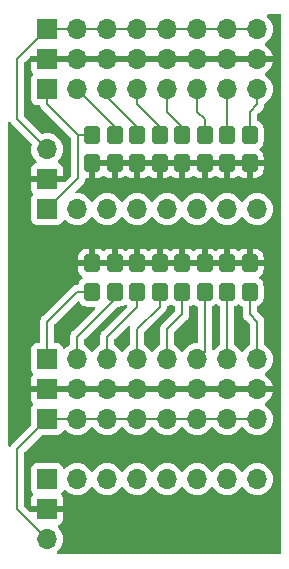
<source format=gbr>
%TF.SameCoordinates,Original*%
%TF.FileFunction,Copper,L1,Top*%
%TF.FilePolarity,Positive*%
%FSLAX46Y46*%
G04 Gerber Fmt 4.6, Leading zero omitted, Abs format (unit mm)*
%MOMM*%
%LPD*%
G01*
G04 APERTURE LIST*
G04 Aperture macros list*
%AMRoundRect*
0 Rectangle with rounded corners*
0 $1 Rounding radius*
0 $2 $3 $4 $5 $6 $7 $8 $9 X,Y pos of 4 corners*
0 Add a 4 corners polygon primitive as box body*
4,1,4,$2,$3,$4,$5,$6,$7,$8,$9,$2,$3,0*
0 Add four circle primitives for the rounded corners*
1,1,$1+$1,$2,$3*
1,1,$1+$1,$4,$5*
1,1,$1+$1,$6,$7*
1,1,$1+$1,$8,$9*
0 Add four rect primitives between the rounded corners*
20,1,$1+$1,$2,$3,$4,$5,0*
20,1,$1+$1,$4,$5,$6,$7,0*
20,1,$1+$1,$6,$7,$8,$9,0*
20,1,$1+$1,$8,$9,$2,$3,0*%
G04 Aperture macros list end*
%TA.AperFunction,SMDPad,CuDef*%
%ADD10RoundRect,0.280800X-0.394200X0.469200X-0.394200X-0.469200X0.394200X-0.469200X0.394200X0.469200X0*%
%TD*%
%TA.AperFunction,SMDPad,CuDef*%
%ADD11RoundRect,0.280800X0.394200X-0.469200X0.394200X0.469200X-0.394200X0.469200X-0.394200X-0.469200X0*%
%TD*%
%TA.AperFunction,ComponentPad*%
%ADD12R,1.700000X1.700000*%
%TD*%
%TA.AperFunction,ComponentPad*%
%ADD13O,1.700000X1.700000*%
%TD*%
%TA.AperFunction,ViaPad*%
%ADD14C,0.600000*%
%TD*%
%TA.AperFunction,Conductor*%
%ADD15C,0.200000*%
%TD*%
G04 APERTURE END LIST*
D10*
%TO.P,R2,1*%
%TO.N,Net-(J1-Pin_2)*%
X132715000Y-44520000D03*
%TO.P,R2,2*%
%TO.N,GND*%
X132715000Y-46920000D03*
%TD*%
%TO.P,R8,1*%
%TO.N,Net-(J1-Pin_8)*%
X144145000Y-44520000D03*
%TO.P,R8,2*%
%TO.N,GND*%
X144145000Y-46920000D03*
%TD*%
D11*
%TO.P,R9,1*%
%TO.N,Net-(J6-Pin_1)*%
X130810000Y-57791200D03*
%TO.P,R9,2*%
%TO.N,GND*%
X130810000Y-55391200D03*
%TD*%
%TO.P,R15,1*%
%TO.N,Net-(J6-Pin_7)*%
X142240000Y-57785000D03*
%TO.P,R15,2*%
%TO.N,GND*%
X142240000Y-55385000D03*
%TD*%
D12*
%TO.P,J6,1,Pin_1*%
%TO.N,Net-(J6-Pin_1)*%
X127000000Y-73660000D03*
D13*
%TO.P,J6,2,Pin_2*%
%TO.N,Net-(J6-Pin_2)*%
X129540000Y-73660000D03*
%TO.P,J6,3,Pin_3*%
%TO.N,Net-(J6-Pin_3)*%
X132080000Y-73660000D03*
%TO.P,J6,4,Pin_4*%
%TO.N,Net-(J6-Pin_4)*%
X134620000Y-73660000D03*
%TO.P,J6,5,Pin_5*%
%TO.N,Net-(J6-Pin_5)*%
X137160000Y-73660000D03*
%TO.P,J6,6,Pin_6*%
%TO.N,Net-(J6-Pin_6)*%
X139700000Y-73660000D03*
%TO.P,J6,7,Pin_7*%
%TO.N,Net-(J6-Pin_7)*%
X142240000Y-73660000D03*
%TO.P,J6,8,Pin_8*%
%TO.N,Net-(J6-Pin_8)*%
X144780000Y-73660000D03*
%TD*%
D12*
%TO.P,J9,1,Pin_1*%
%TO.N,GND*%
X127000000Y-66040000D03*
D13*
%TO.P,J9,2,Pin_2*%
X129540000Y-66040000D03*
%TO.P,J9,3,Pin_3*%
X132080000Y-66040000D03*
%TO.P,J9,4,Pin_4*%
X134620000Y-66040000D03*
%TO.P,J9,5,Pin_5*%
X137160000Y-66040000D03*
%TO.P,J9,6,Pin_6*%
X139700000Y-66040000D03*
%TO.P,J9,7,Pin_7*%
X142240000Y-66040000D03*
%TO.P,J9,8,Pin_8*%
X144780000Y-66040000D03*
%TD*%
D10*
%TO.P,R3,1*%
%TO.N,Net-(J1-Pin_3)*%
X134620000Y-44520000D03*
%TO.P,R3,2*%
%TO.N,GND*%
X134620000Y-46920000D03*
%TD*%
D11*
%TO.P,R16,1*%
%TO.N,Net-(J6-Pin_8)*%
X144145000Y-57785000D03*
%TO.P,R16,2*%
%TO.N,GND*%
X144145000Y-55385000D03*
%TD*%
D10*
%TO.P,R7,1*%
%TO.N,Net-(J1-Pin_7)*%
X142240000Y-44520000D03*
%TO.P,R7,2*%
%TO.N,GND*%
X142240000Y-46920000D03*
%TD*%
D11*
%TO.P,R10,1*%
%TO.N,Net-(J6-Pin_2)*%
X132715000Y-57791200D03*
%TO.P,R10,2*%
%TO.N,GND*%
X132715000Y-55391200D03*
%TD*%
D12*
%TO.P,J10,1,Pin_1*%
%TO.N,Net-(J10-Pin_1)*%
X127000000Y-68580000D03*
D13*
%TO.P,J10,2,Pin_2*%
X129540000Y-68580000D03*
%TO.P,J10,3,Pin_3*%
X132080000Y-68580000D03*
%TO.P,J10,4,Pin_4*%
X134620000Y-68580000D03*
%TO.P,J10,5,Pin_5*%
X137160000Y-68580000D03*
%TO.P,J10,6,Pin_6*%
X139700000Y-68580000D03*
%TO.P,J10,7,Pin_7*%
X142240000Y-68580000D03*
%TO.P,J10,8,Pin_8*%
X144780000Y-68580000D03*
%TD*%
D12*
%TO.P,J2,1,Pin_1*%
%TO.N,Net-(J1-Pin_1)*%
X127000000Y-40640000D03*
D13*
%TO.P,J2,2,Pin_2*%
%TO.N,Net-(J1-Pin_2)*%
X129540000Y-40640000D03*
%TO.P,J2,3,Pin_3*%
%TO.N,Net-(J1-Pin_3)*%
X132080000Y-40640000D03*
%TO.P,J2,4,Pin_4*%
%TO.N,Net-(J1-Pin_4)*%
X134620000Y-40640000D03*
%TO.P,J2,5,Pin_5*%
%TO.N,Net-(J1-Pin_5)*%
X137160000Y-40640000D03*
%TO.P,J2,6,Pin_6*%
%TO.N,Net-(J1-Pin_6)*%
X139700000Y-40640000D03*
%TO.P,J2,7,Pin_7*%
%TO.N,Net-(J1-Pin_7)*%
X142240000Y-40640000D03*
%TO.P,J2,8,Pin_8*%
%TO.N,Net-(J1-Pin_8)*%
X144780000Y-40640000D03*
%TD*%
D11*
%TO.P,R11,1*%
%TO.N,Net-(J6-Pin_3)*%
X134620000Y-57791200D03*
%TO.P,R11,2*%
%TO.N,GND*%
X134620000Y-55391200D03*
%TD*%
D10*
%TO.P,R1,1*%
%TO.N,Net-(J1-Pin_1)*%
X130810000Y-44526200D03*
%TO.P,R1,2*%
%TO.N,GND*%
X130810000Y-46926200D03*
%TD*%
D12*
%TO.P,J7,1,Pin_1*%
%TO.N,Net-(J6-Pin_1)*%
X127000000Y-63500000D03*
D13*
%TO.P,J7,2,Pin_2*%
%TO.N,Net-(J6-Pin_2)*%
X129540000Y-63500000D03*
%TO.P,J7,3,Pin_3*%
%TO.N,Net-(J6-Pin_3)*%
X132080000Y-63500000D03*
%TO.P,J7,4,Pin_4*%
%TO.N,Net-(J6-Pin_4)*%
X134620000Y-63500000D03*
%TO.P,J7,5,Pin_5*%
%TO.N,Net-(J6-Pin_5)*%
X137160000Y-63500000D03*
%TO.P,J7,6,Pin_6*%
%TO.N,Net-(J6-Pin_6)*%
X139700000Y-63500000D03*
%TO.P,J7,7,Pin_7*%
%TO.N,Net-(J6-Pin_7)*%
X142240000Y-63500000D03*
%TO.P,J7,8,Pin_8*%
%TO.N,Net-(J6-Pin_8)*%
X144780000Y-63500000D03*
%TD*%
D12*
%TO.P,J1,1,Pin_1*%
%TO.N,Net-(J1-Pin_1)*%
X127000000Y-50800000D03*
D13*
%TO.P,J1,2,Pin_2*%
%TO.N,Net-(J1-Pin_2)*%
X129540000Y-50800000D03*
%TO.P,J1,3,Pin_3*%
%TO.N,Net-(J1-Pin_3)*%
X132080000Y-50800000D03*
%TO.P,J1,4,Pin_4*%
%TO.N,Net-(J1-Pin_4)*%
X134620000Y-50800000D03*
%TO.P,J1,5,Pin_5*%
%TO.N,Net-(J1-Pin_5)*%
X137160000Y-50800000D03*
%TO.P,J1,6,Pin_6*%
%TO.N,Net-(J1-Pin_6)*%
X139700000Y-50800000D03*
%TO.P,J1,7,Pin_7*%
%TO.N,Net-(J1-Pin_7)*%
X142240000Y-50800000D03*
%TO.P,J1,8,Pin_8*%
%TO.N,Net-(J1-Pin_8)*%
X144780000Y-50800000D03*
%TD*%
D10*
%TO.P,R4,1*%
%TO.N,Net-(J1-Pin_4)*%
X136525000Y-44520000D03*
%TO.P,R4,2*%
%TO.N,GND*%
X136525000Y-46920000D03*
%TD*%
D12*
%TO.P,J5,1,Pin_1*%
%TO.N,Net-(J3-Pin_2)*%
X127000000Y-35560000D03*
D13*
%TO.P,J5,2,Pin_2*%
X129540000Y-35560000D03*
%TO.P,J5,3,Pin_3*%
X132080000Y-35560000D03*
%TO.P,J5,4,Pin_4*%
X134620000Y-35560000D03*
%TO.P,J5,5,Pin_5*%
X137160000Y-35560000D03*
%TO.P,J5,6,Pin_6*%
X139700000Y-35560000D03*
%TO.P,J5,7,Pin_7*%
X142240000Y-35560000D03*
%TO.P,J5,8,Pin_8*%
X144780000Y-35560000D03*
%TD*%
D10*
%TO.P,R5,1*%
%TO.N,Net-(J1-Pin_5)*%
X138430000Y-44500800D03*
%TO.P,R5,2*%
%TO.N,GND*%
X138430000Y-46900800D03*
%TD*%
D12*
%TO.P,J4,1,Pin_1*%
%TO.N,GND*%
X127000000Y-38100000D03*
D13*
%TO.P,J4,2,Pin_2*%
X129540000Y-38100000D03*
%TO.P,J4,3,Pin_3*%
X132080000Y-38100000D03*
%TO.P,J4,4,Pin_4*%
X134620000Y-38100000D03*
%TO.P,J4,5,Pin_5*%
X137160000Y-38100000D03*
%TO.P,J4,6,Pin_6*%
X139700000Y-38100000D03*
%TO.P,J4,7,Pin_7*%
X142240000Y-38100000D03*
%TO.P,J4,8,Pin_8*%
X144780000Y-38100000D03*
%TD*%
D11*
%TO.P,R12,1*%
%TO.N,Net-(J6-Pin_4)*%
X136525000Y-57791200D03*
%TO.P,R12,2*%
%TO.N,GND*%
X136525000Y-55391200D03*
%TD*%
D12*
%TO.P,J8,1,Pin_1*%
%TO.N,GND*%
X127000000Y-76200000D03*
D13*
%TO.P,J8,2,Pin_2*%
%TO.N,Net-(J10-Pin_1)*%
X127000000Y-78740000D03*
%TD*%
D11*
%TO.P,R14,1*%
%TO.N,Net-(J6-Pin_6)*%
X140335000Y-57791200D03*
%TO.P,R14,2*%
%TO.N,GND*%
X140335000Y-55391200D03*
%TD*%
D10*
%TO.P,R6,1*%
%TO.N,Net-(J1-Pin_6)*%
X140335000Y-44520000D03*
%TO.P,R6,2*%
%TO.N,GND*%
X140335000Y-46920000D03*
%TD*%
D12*
%TO.P,J3,1,Pin_1*%
%TO.N,GND*%
X127000000Y-48260000D03*
D13*
%TO.P,J3,2,Pin_2*%
%TO.N,Net-(J3-Pin_2)*%
X127000000Y-45720000D03*
%TD*%
D11*
%TO.P,R13,1*%
%TO.N,Net-(J6-Pin_5)*%
X138430000Y-57791200D03*
%TO.P,R13,2*%
%TO.N,GND*%
X138430000Y-55391200D03*
%TD*%
D14*
%TO.N,GND*%
X143510000Y-61468000D03*
X144780000Y-71120000D03*
X133604000Y-61468000D03*
X134620000Y-71120000D03*
X129540000Y-71120000D03*
X135890000Y-61468000D03*
X138684000Y-61468000D03*
X137160000Y-71120000D03*
X128270000Y-61468000D03*
X139700000Y-71120000D03*
X131064000Y-61468000D03*
X141224000Y-61468000D03*
X132080000Y-71120000D03*
X142240000Y-71120000D03*
%TD*%
D15*
%TO.N,Net-(J1-Pin_8)*%
X144780000Y-41910000D02*
X144780000Y-40640000D01*
X144145000Y-44520000D02*
X144145000Y-42545000D01*
X144145000Y-42545000D02*
X144780000Y-41910000D01*
%TO.N,Net-(J1-Pin_3)*%
X134620000Y-43815000D02*
X132080000Y-41275000D01*
X134620000Y-44520000D02*
X134620000Y-43815000D01*
X132080000Y-41275000D02*
X132080000Y-40640000D01*
%TO.N,Net-(J1-Pin_5)*%
X137160000Y-42545000D02*
X137160000Y-40640000D01*
X138430000Y-44500800D02*
X138430000Y-43815000D01*
X138430000Y-43815000D02*
X137160000Y-42545000D01*
%TO.N,Net-(J1-Pin_1)*%
X130810000Y-44526200D02*
X129616200Y-44526200D01*
X127000000Y-50800000D02*
X129616200Y-48183800D01*
X127000000Y-41910000D02*
X127000000Y-40640000D01*
X129616200Y-48183800D02*
X129616200Y-44526200D01*
X129616200Y-44526200D02*
X127000000Y-41910000D01*
%TO.N,Net-(J1-Pin_7)*%
X142240000Y-44520000D02*
X142240000Y-40640000D01*
%TO.N,Net-(J1-Pin_2)*%
X132715000Y-44520000D02*
X132715000Y-43815000D01*
X132715000Y-43815000D02*
X129540000Y-40640000D01*
%TO.N,Net-(J1-Pin_6)*%
X139700000Y-42545000D02*
X139700000Y-40640000D01*
X140335000Y-44520000D02*
X140335000Y-43180000D01*
X140335000Y-43180000D02*
X139700000Y-42545000D01*
%TO.N,Net-(J1-Pin_4)*%
X136525000Y-44520000D02*
X136525000Y-43815000D01*
X134620000Y-41910000D02*
X134620000Y-40640000D01*
X136525000Y-43815000D02*
X134620000Y-41910000D01*
%TO.N,Net-(J3-Pin_2)*%
X127000000Y-45720000D02*
X124460000Y-43180000D01*
X124460000Y-38100000D02*
X127000000Y-35560000D01*
X124460000Y-43180000D02*
X124460000Y-38100000D01*
X127000000Y-35560000D02*
X144780000Y-35560000D01*
%TO.N,Net-(J6-Pin_7)*%
X142240000Y-57785000D02*
X142240000Y-63500000D01*
%TO.N,Net-(J6-Pin_6)*%
X140335000Y-62865000D02*
X139700000Y-63500000D01*
X140335000Y-57791200D02*
X140335000Y-62865000D01*
%TO.N,Net-(J6-Pin_4)*%
X136525000Y-59055000D02*
X134620000Y-60960000D01*
X134620000Y-60960000D02*
X134620000Y-63500000D01*
X136525000Y-57791200D02*
X136525000Y-59055000D01*
%TO.N,Net-(J6-Pin_8)*%
X144145000Y-59690000D02*
X144780000Y-60325000D01*
X144145000Y-57785000D02*
X144145000Y-59690000D01*
X144780000Y-60325000D02*
X144780000Y-63500000D01*
%TO.N,Net-(J6-Pin_5)*%
X138430000Y-57791200D02*
X138430000Y-59690000D01*
X137160000Y-60960000D02*
X137160000Y-63500000D01*
X138430000Y-59690000D02*
X137160000Y-60960000D01*
%TO.N,Net-(J6-Pin_3)*%
X132080000Y-61595000D02*
X132080000Y-63500000D01*
X134620000Y-59055000D02*
X132080000Y-61595000D01*
X134620000Y-57791200D02*
X134620000Y-59055000D01*
%TO.N,Net-(J10-Pin_1)*%
X127000000Y-78740000D02*
X124460000Y-76200000D01*
X124460000Y-71120000D02*
X127000000Y-68580000D01*
X124460000Y-76200000D02*
X124460000Y-71120000D01*
X127000000Y-68580000D02*
X144780000Y-68580000D01*
%TO.N,Net-(J6-Pin_1)*%
X129546200Y-57791200D02*
X129540000Y-57785000D01*
X130810000Y-57791200D02*
X129546200Y-57791200D01*
X129540000Y-57785000D02*
X127000000Y-60325000D01*
X127000000Y-60325000D02*
X127000000Y-63500000D01*
%TO.N,Net-(J6-Pin_2)*%
X132715000Y-58420000D02*
X129540000Y-61595000D01*
X132715000Y-57791200D02*
X132715000Y-58420000D01*
X129540000Y-61595000D02*
X129540000Y-63500000D01*
%TO.N,GND*%
X127000000Y-38100000D02*
X144780000Y-38100000D01*
X127000000Y-66040000D02*
X144780000Y-66040000D01*
%TD*%
%TA.AperFunction,Conductor*%
%TO.N,GND*%
G36*
X146762539Y-34302185D02*
G01*
X146808294Y-34354989D01*
X146819500Y-34406500D01*
X146819500Y-79893500D01*
X146799815Y-79960539D01*
X146747011Y-80006294D01*
X146695500Y-80017500D01*
X127923345Y-80017500D01*
X127856306Y-79997815D01*
X127810551Y-79945011D01*
X127800607Y-79875853D01*
X127829632Y-79812297D01*
X127852221Y-79791926D01*
X127871393Y-79778501D01*
X127871395Y-79778499D01*
X127871401Y-79778495D01*
X128038495Y-79611401D01*
X128174035Y-79417830D01*
X128273903Y-79203663D01*
X128335063Y-78975408D01*
X128355659Y-78740000D01*
X128335063Y-78504592D01*
X128273903Y-78276337D01*
X128174035Y-78062171D01*
X128038495Y-77868599D01*
X127916179Y-77746283D01*
X127882696Y-77684963D01*
X127887680Y-77615271D01*
X127929551Y-77559337D01*
X127960529Y-77542422D01*
X128092086Y-77493354D01*
X128092093Y-77493350D01*
X128207187Y-77407190D01*
X128207190Y-77407187D01*
X128293350Y-77292093D01*
X128293354Y-77292086D01*
X128343596Y-77157379D01*
X128343598Y-77157372D01*
X128349999Y-77097844D01*
X128350000Y-77097827D01*
X128350000Y-76450000D01*
X127433012Y-76450000D01*
X127465925Y-76392993D01*
X127500000Y-76265826D01*
X127500000Y-76134174D01*
X127465925Y-76007007D01*
X127433012Y-75950000D01*
X128350000Y-75950000D01*
X128350000Y-75302172D01*
X128349999Y-75302155D01*
X128343598Y-75242627D01*
X128343596Y-75242620D01*
X128293354Y-75107913D01*
X128293352Y-75107910D01*
X128216110Y-75004729D01*
X128191692Y-74939265D01*
X128206543Y-74870992D01*
X128216105Y-74856111D01*
X128293796Y-74752331D01*
X128342810Y-74620916D01*
X128384681Y-74564984D01*
X128450145Y-74540566D01*
X128518418Y-74555417D01*
X128546673Y-74576569D01*
X128668599Y-74698495D01*
X128765384Y-74766265D01*
X128862165Y-74834032D01*
X128862167Y-74834033D01*
X128862170Y-74834035D01*
X129076337Y-74933903D01*
X129304592Y-74995063D01*
X129481034Y-75010500D01*
X129539999Y-75015659D01*
X129540000Y-75015659D01*
X129540001Y-75015659D01*
X129598966Y-75010500D01*
X129775408Y-74995063D01*
X130003663Y-74933903D01*
X130217830Y-74834035D01*
X130411401Y-74698495D01*
X130578495Y-74531401D01*
X130708425Y-74345842D01*
X130763002Y-74302217D01*
X130832500Y-74295023D01*
X130894855Y-74326546D01*
X130911575Y-74345842D01*
X131041500Y-74531395D01*
X131041505Y-74531401D01*
X131208599Y-74698495D01*
X131305384Y-74766265D01*
X131402165Y-74834032D01*
X131402167Y-74834033D01*
X131402170Y-74834035D01*
X131616337Y-74933903D01*
X131844592Y-74995063D01*
X132021034Y-75010500D01*
X132079999Y-75015659D01*
X132080000Y-75015659D01*
X132080001Y-75015659D01*
X132138966Y-75010500D01*
X132315408Y-74995063D01*
X132543663Y-74933903D01*
X132757830Y-74834035D01*
X132951401Y-74698495D01*
X133118495Y-74531401D01*
X133248425Y-74345842D01*
X133303002Y-74302217D01*
X133372500Y-74295023D01*
X133434855Y-74326546D01*
X133451575Y-74345842D01*
X133581500Y-74531395D01*
X133581505Y-74531401D01*
X133748599Y-74698495D01*
X133845384Y-74766265D01*
X133942165Y-74834032D01*
X133942167Y-74834033D01*
X133942170Y-74834035D01*
X134156337Y-74933903D01*
X134384592Y-74995063D01*
X134561034Y-75010500D01*
X134619999Y-75015659D01*
X134620000Y-75015659D01*
X134620001Y-75015659D01*
X134678966Y-75010500D01*
X134855408Y-74995063D01*
X135083663Y-74933903D01*
X135297830Y-74834035D01*
X135491401Y-74698495D01*
X135658495Y-74531401D01*
X135788425Y-74345842D01*
X135843002Y-74302217D01*
X135912500Y-74295023D01*
X135974855Y-74326546D01*
X135991575Y-74345842D01*
X136121500Y-74531395D01*
X136121505Y-74531401D01*
X136288599Y-74698495D01*
X136385384Y-74766265D01*
X136482165Y-74834032D01*
X136482167Y-74834033D01*
X136482170Y-74834035D01*
X136696337Y-74933903D01*
X136924592Y-74995063D01*
X137101034Y-75010500D01*
X137159999Y-75015659D01*
X137160000Y-75015659D01*
X137160001Y-75015659D01*
X137218966Y-75010500D01*
X137395408Y-74995063D01*
X137623663Y-74933903D01*
X137837830Y-74834035D01*
X138031401Y-74698495D01*
X138198495Y-74531401D01*
X138328425Y-74345842D01*
X138383002Y-74302217D01*
X138452500Y-74295023D01*
X138514855Y-74326546D01*
X138531575Y-74345842D01*
X138661500Y-74531395D01*
X138661505Y-74531401D01*
X138828599Y-74698495D01*
X138925384Y-74766265D01*
X139022165Y-74834032D01*
X139022167Y-74834033D01*
X139022170Y-74834035D01*
X139236337Y-74933903D01*
X139464592Y-74995063D01*
X139641034Y-75010500D01*
X139699999Y-75015659D01*
X139700000Y-75015659D01*
X139700001Y-75015659D01*
X139758966Y-75010500D01*
X139935408Y-74995063D01*
X140163663Y-74933903D01*
X140377830Y-74834035D01*
X140571401Y-74698495D01*
X140738495Y-74531401D01*
X140868425Y-74345842D01*
X140923002Y-74302217D01*
X140992500Y-74295023D01*
X141054855Y-74326546D01*
X141071575Y-74345842D01*
X141201500Y-74531395D01*
X141201505Y-74531401D01*
X141368599Y-74698495D01*
X141465384Y-74766265D01*
X141562165Y-74834032D01*
X141562167Y-74834033D01*
X141562170Y-74834035D01*
X141776337Y-74933903D01*
X142004592Y-74995063D01*
X142181034Y-75010500D01*
X142239999Y-75015659D01*
X142240000Y-75015659D01*
X142240001Y-75015659D01*
X142298966Y-75010500D01*
X142475408Y-74995063D01*
X142703663Y-74933903D01*
X142917830Y-74834035D01*
X143111401Y-74698495D01*
X143278495Y-74531401D01*
X143408425Y-74345842D01*
X143463002Y-74302217D01*
X143532500Y-74295023D01*
X143594855Y-74326546D01*
X143611575Y-74345842D01*
X143741500Y-74531395D01*
X143741505Y-74531401D01*
X143908599Y-74698495D01*
X144005384Y-74766265D01*
X144102165Y-74834032D01*
X144102167Y-74834033D01*
X144102170Y-74834035D01*
X144316337Y-74933903D01*
X144544592Y-74995063D01*
X144721034Y-75010500D01*
X144779999Y-75015659D01*
X144780000Y-75015659D01*
X144780001Y-75015659D01*
X144838966Y-75010500D01*
X145015408Y-74995063D01*
X145243663Y-74933903D01*
X145457830Y-74834035D01*
X145651401Y-74698495D01*
X145818495Y-74531401D01*
X145954035Y-74337830D01*
X146053903Y-74123663D01*
X146115063Y-73895408D01*
X146135659Y-73660000D01*
X146115063Y-73424592D01*
X146053903Y-73196337D01*
X145954035Y-72982171D01*
X145948425Y-72974158D01*
X145818494Y-72788597D01*
X145651402Y-72621506D01*
X145651395Y-72621501D01*
X145457834Y-72485967D01*
X145457830Y-72485965D01*
X145457828Y-72485964D01*
X145243663Y-72386097D01*
X145243659Y-72386096D01*
X145243655Y-72386094D01*
X145015413Y-72324938D01*
X145015403Y-72324936D01*
X144780001Y-72304341D01*
X144779999Y-72304341D01*
X144544596Y-72324936D01*
X144544586Y-72324938D01*
X144316344Y-72386094D01*
X144316335Y-72386098D01*
X144102171Y-72485964D01*
X144102169Y-72485965D01*
X143908597Y-72621505D01*
X143741505Y-72788597D01*
X143611575Y-72974158D01*
X143556998Y-73017783D01*
X143487500Y-73024977D01*
X143425145Y-72993454D01*
X143408425Y-72974158D01*
X143278494Y-72788597D01*
X143111402Y-72621506D01*
X143111395Y-72621501D01*
X142917834Y-72485967D01*
X142917830Y-72485965D01*
X142917828Y-72485964D01*
X142703663Y-72386097D01*
X142703659Y-72386096D01*
X142703655Y-72386094D01*
X142475413Y-72324938D01*
X142475403Y-72324936D01*
X142240001Y-72304341D01*
X142239999Y-72304341D01*
X142004596Y-72324936D01*
X142004586Y-72324938D01*
X141776344Y-72386094D01*
X141776335Y-72386098D01*
X141562171Y-72485964D01*
X141562169Y-72485965D01*
X141368597Y-72621505D01*
X141201505Y-72788597D01*
X141071575Y-72974158D01*
X141016998Y-73017783D01*
X140947500Y-73024977D01*
X140885145Y-72993454D01*
X140868425Y-72974158D01*
X140738494Y-72788597D01*
X140571402Y-72621506D01*
X140571395Y-72621501D01*
X140377834Y-72485967D01*
X140377830Y-72485965D01*
X140377828Y-72485964D01*
X140163663Y-72386097D01*
X140163659Y-72386096D01*
X140163655Y-72386094D01*
X139935413Y-72324938D01*
X139935403Y-72324936D01*
X139700001Y-72304341D01*
X139699999Y-72304341D01*
X139464596Y-72324936D01*
X139464586Y-72324938D01*
X139236344Y-72386094D01*
X139236335Y-72386098D01*
X139022171Y-72485964D01*
X139022169Y-72485965D01*
X138828597Y-72621505D01*
X138661505Y-72788597D01*
X138531575Y-72974158D01*
X138476998Y-73017783D01*
X138407500Y-73024977D01*
X138345145Y-72993454D01*
X138328425Y-72974158D01*
X138198494Y-72788597D01*
X138031402Y-72621506D01*
X138031395Y-72621501D01*
X137837834Y-72485967D01*
X137837830Y-72485965D01*
X137837828Y-72485964D01*
X137623663Y-72386097D01*
X137623659Y-72386096D01*
X137623655Y-72386094D01*
X137395413Y-72324938D01*
X137395403Y-72324936D01*
X137160001Y-72304341D01*
X137159999Y-72304341D01*
X136924596Y-72324936D01*
X136924586Y-72324938D01*
X136696344Y-72386094D01*
X136696335Y-72386098D01*
X136482171Y-72485964D01*
X136482169Y-72485965D01*
X136288597Y-72621505D01*
X136121505Y-72788597D01*
X135991575Y-72974158D01*
X135936998Y-73017783D01*
X135867500Y-73024977D01*
X135805145Y-72993454D01*
X135788425Y-72974158D01*
X135658494Y-72788597D01*
X135491402Y-72621506D01*
X135491395Y-72621501D01*
X135297834Y-72485967D01*
X135297830Y-72485965D01*
X135297828Y-72485964D01*
X135083663Y-72386097D01*
X135083659Y-72386096D01*
X135083655Y-72386094D01*
X134855413Y-72324938D01*
X134855403Y-72324936D01*
X134620001Y-72304341D01*
X134619999Y-72304341D01*
X134384596Y-72324936D01*
X134384586Y-72324938D01*
X134156344Y-72386094D01*
X134156335Y-72386098D01*
X133942171Y-72485964D01*
X133942169Y-72485965D01*
X133748597Y-72621505D01*
X133581505Y-72788597D01*
X133451575Y-72974158D01*
X133396998Y-73017783D01*
X133327500Y-73024977D01*
X133265145Y-72993454D01*
X133248425Y-72974158D01*
X133118494Y-72788597D01*
X132951402Y-72621506D01*
X132951395Y-72621501D01*
X132757834Y-72485967D01*
X132757830Y-72485965D01*
X132757828Y-72485964D01*
X132543663Y-72386097D01*
X132543659Y-72386096D01*
X132543655Y-72386094D01*
X132315413Y-72324938D01*
X132315403Y-72324936D01*
X132080001Y-72304341D01*
X132079999Y-72304341D01*
X131844596Y-72324936D01*
X131844586Y-72324938D01*
X131616344Y-72386094D01*
X131616335Y-72386098D01*
X131402171Y-72485964D01*
X131402169Y-72485965D01*
X131208597Y-72621505D01*
X131041505Y-72788597D01*
X130911575Y-72974158D01*
X130856998Y-73017783D01*
X130787500Y-73024977D01*
X130725145Y-72993454D01*
X130708425Y-72974158D01*
X130578494Y-72788597D01*
X130411402Y-72621506D01*
X130411395Y-72621501D01*
X130217834Y-72485967D01*
X130217830Y-72485965D01*
X130217828Y-72485964D01*
X130003663Y-72386097D01*
X130003659Y-72386096D01*
X130003655Y-72386094D01*
X129775413Y-72324938D01*
X129775403Y-72324936D01*
X129540001Y-72304341D01*
X129539999Y-72304341D01*
X129304596Y-72324936D01*
X129304586Y-72324938D01*
X129076344Y-72386094D01*
X129076335Y-72386098D01*
X128862171Y-72485964D01*
X128862169Y-72485965D01*
X128668600Y-72621503D01*
X128546673Y-72743430D01*
X128485350Y-72776914D01*
X128415658Y-72771930D01*
X128359725Y-72730058D01*
X128342810Y-72699081D01*
X128293797Y-72567671D01*
X128293793Y-72567664D01*
X128207547Y-72452455D01*
X128207544Y-72452452D01*
X128092335Y-72366206D01*
X128092328Y-72366202D01*
X127957482Y-72315908D01*
X127957483Y-72315908D01*
X127897883Y-72309501D01*
X127897881Y-72309500D01*
X127897873Y-72309500D01*
X127897864Y-72309500D01*
X126102129Y-72309500D01*
X126102123Y-72309501D01*
X126042516Y-72315908D01*
X125907671Y-72366202D01*
X125907664Y-72366206D01*
X125792455Y-72452452D01*
X125792452Y-72452455D01*
X125706206Y-72567664D01*
X125706202Y-72567671D01*
X125655908Y-72702517D01*
X125649501Y-72762116D01*
X125649500Y-72762135D01*
X125649500Y-74557870D01*
X125649501Y-74557876D01*
X125655908Y-74617483D01*
X125706202Y-74752328D01*
X125706206Y-74752335D01*
X125783889Y-74856105D01*
X125808307Y-74921569D01*
X125793456Y-74989842D01*
X125783890Y-75004727D01*
X125706647Y-75107910D01*
X125706645Y-75107913D01*
X125656403Y-75242620D01*
X125656401Y-75242627D01*
X125650000Y-75302155D01*
X125650000Y-75950000D01*
X126566988Y-75950000D01*
X126534075Y-76007007D01*
X126500000Y-76134174D01*
X126500000Y-76265826D01*
X126534075Y-76392993D01*
X126566988Y-76450000D01*
X125610597Y-76450000D01*
X125543558Y-76430315D01*
X125522916Y-76413681D01*
X125096819Y-75987584D01*
X125063334Y-75926261D01*
X125060500Y-75899903D01*
X125060500Y-71420096D01*
X125080185Y-71353057D01*
X125096814Y-71332420D01*
X126462416Y-69966817D01*
X126523739Y-69933333D01*
X126550097Y-69930499D01*
X127897871Y-69930499D01*
X127897872Y-69930499D01*
X127957483Y-69924091D01*
X128092331Y-69873796D01*
X128207546Y-69787546D01*
X128293796Y-69672331D01*
X128342810Y-69540916D01*
X128384681Y-69484984D01*
X128450145Y-69460566D01*
X128518418Y-69475417D01*
X128546673Y-69496569D01*
X128668599Y-69618495D01*
X128765384Y-69686265D01*
X128862165Y-69754032D01*
X128862167Y-69754033D01*
X128862170Y-69754035D01*
X129076337Y-69853903D01*
X129304592Y-69915063D01*
X129492918Y-69931539D01*
X129539999Y-69935659D01*
X129540000Y-69935659D01*
X129540001Y-69935659D01*
X129579234Y-69932226D01*
X129775408Y-69915063D01*
X130003663Y-69853903D01*
X130217830Y-69754035D01*
X130411401Y-69618495D01*
X130578495Y-69451401D01*
X130708425Y-69265842D01*
X130763002Y-69222217D01*
X130832500Y-69215023D01*
X130894855Y-69246546D01*
X130911575Y-69265842D01*
X131041500Y-69451395D01*
X131041505Y-69451401D01*
X131208599Y-69618495D01*
X131305384Y-69686265D01*
X131402165Y-69754032D01*
X131402167Y-69754033D01*
X131402170Y-69754035D01*
X131616337Y-69853903D01*
X131844592Y-69915063D01*
X132032918Y-69931539D01*
X132079999Y-69935659D01*
X132080000Y-69935659D01*
X132080001Y-69935659D01*
X132119234Y-69932226D01*
X132315408Y-69915063D01*
X132543663Y-69853903D01*
X132757830Y-69754035D01*
X132951401Y-69618495D01*
X133118495Y-69451401D01*
X133248425Y-69265842D01*
X133303002Y-69222217D01*
X133372500Y-69215023D01*
X133434855Y-69246546D01*
X133451575Y-69265842D01*
X133581500Y-69451395D01*
X133581505Y-69451401D01*
X133748599Y-69618495D01*
X133845384Y-69686265D01*
X133942165Y-69754032D01*
X133942167Y-69754033D01*
X133942170Y-69754035D01*
X134156337Y-69853903D01*
X134384592Y-69915063D01*
X134572918Y-69931539D01*
X134619999Y-69935659D01*
X134620000Y-69935659D01*
X134620001Y-69935659D01*
X134659234Y-69932226D01*
X134855408Y-69915063D01*
X135083663Y-69853903D01*
X135297830Y-69754035D01*
X135491401Y-69618495D01*
X135658495Y-69451401D01*
X135788425Y-69265842D01*
X135843002Y-69222217D01*
X135912500Y-69215023D01*
X135974855Y-69246546D01*
X135991575Y-69265842D01*
X136121500Y-69451395D01*
X136121505Y-69451401D01*
X136288599Y-69618495D01*
X136385384Y-69686265D01*
X136482165Y-69754032D01*
X136482167Y-69754033D01*
X136482170Y-69754035D01*
X136696337Y-69853903D01*
X136924592Y-69915063D01*
X137112918Y-69931539D01*
X137159999Y-69935659D01*
X137160000Y-69935659D01*
X137160001Y-69935659D01*
X137199234Y-69932226D01*
X137395408Y-69915063D01*
X137623663Y-69853903D01*
X137837830Y-69754035D01*
X138031401Y-69618495D01*
X138198495Y-69451401D01*
X138328425Y-69265842D01*
X138383002Y-69222217D01*
X138452500Y-69215023D01*
X138514855Y-69246546D01*
X138531575Y-69265842D01*
X138661500Y-69451395D01*
X138661505Y-69451401D01*
X138828599Y-69618495D01*
X138925384Y-69686265D01*
X139022165Y-69754032D01*
X139022167Y-69754033D01*
X139022170Y-69754035D01*
X139236337Y-69853903D01*
X139464592Y-69915063D01*
X139652918Y-69931539D01*
X139699999Y-69935659D01*
X139700000Y-69935659D01*
X139700001Y-69935659D01*
X139739234Y-69932226D01*
X139935408Y-69915063D01*
X140163663Y-69853903D01*
X140377830Y-69754035D01*
X140571401Y-69618495D01*
X140738495Y-69451401D01*
X140868425Y-69265842D01*
X140923002Y-69222217D01*
X140992500Y-69215023D01*
X141054855Y-69246546D01*
X141071575Y-69265842D01*
X141201500Y-69451395D01*
X141201505Y-69451401D01*
X141368599Y-69618495D01*
X141465384Y-69686265D01*
X141562165Y-69754032D01*
X141562167Y-69754033D01*
X141562170Y-69754035D01*
X141776337Y-69853903D01*
X142004592Y-69915063D01*
X142192918Y-69931539D01*
X142239999Y-69935659D01*
X142240000Y-69935659D01*
X142240001Y-69935659D01*
X142279234Y-69932226D01*
X142475408Y-69915063D01*
X142703663Y-69853903D01*
X142917830Y-69754035D01*
X143111401Y-69618495D01*
X143278495Y-69451401D01*
X143408425Y-69265842D01*
X143463002Y-69222217D01*
X143532500Y-69215023D01*
X143594855Y-69246546D01*
X143611575Y-69265842D01*
X143741500Y-69451395D01*
X143741505Y-69451401D01*
X143908599Y-69618495D01*
X144005384Y-69686265D01*
X144102165Y-69754032D01*
X144102167Y-69754033D01*
X144102170Y-69754035D01*
X144316337Y-69853903D01*
X144544592Y-69915063D01*
X144732918Y-69931539D01*
X144779999Y-69935659D01*
X144780000Y-69935659D01*
X144780001Y-69935659D01*
X144819234Y-69932226D01*
X145015408Y-69915063D01*
X145243663Y-69853903D01*
X145457830Y-69754035D01*
X145651401Y-69618495D01*
X145818495Y-69451401D01*
X145954035Y-69257830D01*
X146053903Y-69043663D01*
X146115063Y-68815408D01*
X146135659Y-68580000D01*
X146115063Y-68344592D01*
X146053903Y-68116337D01*
X145954035Y-67902171D01*
X145818495Y-67708599D01*
X145818494Y-67708597D01*
X145651402Y-67541506D01*
X145651401Y-67541505D01*
X145465405Y-67411269D01*
X145421781Y-67356692D01*
X145414588Y-67287193D01*
X145446110Y-67224839D01*
X145465405Y-67208119D01*
X145651082Y-67078105D01*
X145818105Y-66911082D01*
X145953600Y-66717578D01*
X146053429Y-66503492D01*
X146053432Y-66503486D01*
X146110636Y-66290000D01*
X145213012Y-66290000D01*
X145245925Y-66232993D01*
X145280000Y-66105826D01*
X145280000Y-65974174D01*
X145245925Y-65847007D01*
X145213012Y-65790000D01*
X146110636Y-65790000D01*
X146110635Y-65789999D01*
X146053432Y-65576513D01*
X146053429Y-65576507D01*
X145953600Y-65362422D01*
X145953599Y-65362420D01*
X145818113Y-65168926D01*
X145818108Y-65168920D01*
X145651078Y-65001890D01*
X145465405Y-64871879D01*
X145421780Y-64817302D01*
X145414588Y-64747804D01*
X145446110Y-64685449D01*
X145465406Y-64668730D01*
X145651401Y-64538495D01*
X145818495Y-64371401D01*
X145954035Y-64177830D01*
X146053903Y-63963663D01*
X146115063Y-63735408D01*
X146135659Y-63500000D01*
X146115063Y-63264592D01*
X146053903Y-63036337D01*
X145954035Y-62822171D01*
X145948425Y-62814158D01*
X145818494Y-62628597D01*
X145651402Y-62461506D01*
X145651395Y-62461501D01*
X145457831Y-62325965D01*
X145457826Y-62325962D01*
X145452091Y-62323288D01*
X145399653Y-62277113D01*
X145380500Y-62210908D01*
X145380500Y-60414060D01*
X145380501Y-60414047D01*
X145380501Y-60245944D01*
X145339576Y-60093214D01*
X145339573Y-60093209D01*
X145260524Y-59956290D01*
X145260518Y-59956282D01*
X144781819Y-59477583D01*
X144748334Y-59416260D01*
X144745500Y-59389902D01*
X144745500Y-59097745D01*
X144765185Y-59030706D01*
X144817989Y-58984951D01*
X144828537Y-58980706D01*
X144880338Y-58962581D01*
X145029415Y-58868910D01*
X145153910Y-58744415D01*
X145247581Y-58595338D01*
X145305731Y-58429156D01*
X145320500Y-58298079D01*
X145320499Y-57271922D01*
X145311348Y-57190700D01*
X145305732Y-57140848D01*
X145305729Y-57140836D01*
X145247582Y-56974664D01*
X145247581Y-56974662D01*
X145153910Y-56825585D01*
X145029415Y-56701090D01*
X145011285Y-56689698D01*
X144964995Y-56637364D01*
X144954347Y-56568310D01*
X144982722Y-56504462D01*
X145011287Y-56479711D01*
X145029099Y-56468519D01*
X145153516Y-56344102D01*
X145247128Y-56195118D01*
X145247129Y-56195116D01*
X145305241Y-56029040D01*
X145305242Y-56029035D01*
X145319999Y-55898059D01*
X145320000Y-55898055D01*
X145320000Y-55635000D01*
X141527960Y-55635000D01*
X141521796Y-55638366D01*
X141495438Y-55641200D01*
X129635001Y-55641200D01*
X129635001Y-55904260D01*
X129649757Y-56035238D01*
X129649760Y-56035251D01*
X129707867Y-56201311D01*
X129707871Y-56201318D01*
X129801483Y-56350302D01*
X129925897Y-56474716D01*
X129925900Y-56474718D01*
X129943714Y-56485912D01*
X129990005Y-56538247D01*
X130000652Y-56607301D01*
X129972276Y-56671149D01*
X129943715Y-56695897D01*
X129925589Y-56707286D01*
X129925584Y-56707290D01*
X129801090Y-56831784D01*
X129707419Y-56980860D01*
X129665222Y-57101454D01*
X129624500Y-57158230D01*
X129559547Y-57183977D01*
X129548180Y-57184499D01*
X129460943Y-57184499D01*
X129346397Y-57215192D01*
X129308214Y-57225423D01*
X129216939Y-57278122D01*
X129171284Y-57304481D01*
X129171281Y-57304483D01*
X126631286Y-59844478D01*
X126519481Y-59956282D01*
X126519481Y-59956283D01*
X126469361Y-60043094D01*
X126469359Y-60043096D01*
X126440425Y-60093209D01*
X126440424Y-60093210D01*
X126424544Y-60152472D01*
X126399499Y-60245943D01*
X126399499Y-60245944D01*
X126399499Y-60245945D01*
X126399499Y-60414046D01*
X126399500Y-60414059D01*
X126399500Y-62025500D01*
X126379815Y-62092539D01*
X126327011Y-62138294D01*
X126275501Y-62149500D01*
X126102130Y-62149500D01*
X126102123Y-62149501D01*
X126042516Y-62155908D01*
X125907671Y-62206202D01*
X125907664Y-62206206D01*
X125792455Y-62292452D01*
X125792452Y-62292455D01*
X125706206Y-62407664D01*
X125706202Y-62407671D01*
X125655908Y-62542517D01*
X125649501Y-62602116D01*
X125649500Y-62602135D01*
X125649500Y-64397870D01*
X125649501Y-64397876D01*
X125655908Y-64457483D01*
X125706202Y-64592328D01*
X125706206Y-64592335D01*
X125783889Y-64696105D01*
X125808307Y-64761569D01*
X125793456Y-64829842D01*
X125783890Y-64844727D01*
X125706647Y-64947910D01*
X125706645Y-64947913D01*
X125656403Y-65082620D01*
X125656401Y-65082627D01*
X125650000Y-65142155D01*
X125650000Y-65790000D01*
X126566988Y-65790000D01*
X126534075Y-65847007D01*
X126500000Y-65974174D01*
X126500000Y-66105826D01*
X126534075Y-66232993D01*
X126566988Y-66290000D01*
X125650000Y-66290000D01*
X125650000Y-66937844D01*
X125656401Y-66997372D01*
X125656403Y-66997379D01*
X125706645Y-67132086D01*
X125706646Y-67132088D01*
X125783890Y-67235272D01*
X125808307Y-67300736D01*
X125793456Y-67369009D01*
X125783890Y-67383894D01*
X125706204Y-67487669D01*
X125706202Y-67487671D01*
X125655908Y-67622517D01*
X125649501Y-67682116D01*
X125649500Y-67682135D01*
X125649500Y-69029902D01*
X125629815Y-69096941D01*
X125613181Y-69117583D01*
X123979481Y-70751282D01*
X123979480Y-70751284D01*
X123934270Y-70829592D01*
X123929361Y-70838094D01*
X123929359Y-70838097D01*
X123921886Y-70851040D01*
X123871318Y-70899255D01*
X123802711Y-70912476D01*
X123737846Y-70886507D01*
X123697319Y-70829592D01*
X123690500Y-70789038D01*
X123690500Y-54878140D01*
X129635000Y-54878140D01*
X129635000Y-55141200D01*
X130560000Y-55141200D01*
X131060000Y-55141200D01*
X132465000Y-55141200D01*
X132965000Y-55141200D01*
X134370000Y-55141200D01*
X134870000Y-55141200D01*
X136275000Y-55141200D01*
X136775000Y-55141200D01*
X138180000Y-55141200D01*
X138680000Y-55141200D01*
X140085000Y-55141200D01*
X140085000Y-54141200D01*
X140585000Y-54141200D01*
X140585000Y-55141200D01*
X141047040Y-55141200D01*
X141053204Y-55137834D01*
X141079562Y-55135000D01*
X141990000Y-55135000D01*
X142490000Y-55135000D01*
X143895000Y-55135000D01*
X144395000Y-55135000D01*
X145319999Y-55135000D01*
X145319999Y-54871947D01*
X145319998Y-54871939D01*
X145305242Y-54740961D01*
X145305239Y-54740948D01*
X145247132Y-54574888D01*
X145247128Y-54574881D01*
X145153516Y-54425897D01*
X145029102Y-54301483D01*
X144880118Y-54207871D01*
X144880116Y-54207870D01*
X144714040Y-54149758D01*
X144714035Y-54149757D01*
X144583059Y-54135000D01*
X144395000Y-54135000D01*
X144395000Y-55135000D01*
X143895000Y-55135000D01*
X143895000Y-54135000D01*
X143706945Y-54135000D01*
X143706939Y-54135001D01*
X143575961Y-54149757D01*
X143575948Y-54149760D01*
X143409888Y-54207867D01*
X143409876Y-54207873D01*
X143258471Y-54303007D01*
X143191235Y-54322007D01*
X143126529Y-54303007D01*
X142975123Y-54207873D01*
X142975116Y-54207870D01*
X142809040Y-54149758D01*
X142809035Y-54149757D01*
X142678059Y-54135000D01*
X142490000Y-54135000D01*
X142490000Y-55135000D01*
X141990000Y-55135000D01*
X141990000Y-54135000D01*
X141801945Y-54135000D01*
X141801939Y-54135001D01*
X141670961Y-54149757D01*
X141670948Y-54149760D01*
X141504888Y-54207867D01*
X141504881Y-54207871D01*
X141350002Y-54305188D01*
X141348552Y-54302881D01*
X141295275Y-54324587D01*
X141226589Y-54311781D01*
X141216767Y-54306216D01*
X141070118Y-54214071D01*
X141070116Y-54214070D01*
X140904040Y-54155958D01*
X140904035Y-54155957D01*
X140773059Y-54141200D01*
X140585000Y-54141200D01*
X140085000Y-54141200D01*
X139896945Y-54141200D01*
X139896939Y-54141201D01*
X139765961Y-54155957D01*
X139765948Y-54155960D01*
X139599888Y-54214067D01*
X139599876Y-54214073D01*
X139448471Y-54309207D01*
X139381235Y-54328207D01*
X139316529Y-54309207D01*
X139165123Y-54214073D01*
X139165116Y-54214070D01*
X138999040Y-54155958D01*
X138999035Y-54155957D01*
X138868059Y-54141200D01*
X138680000Y-54141200D01*
X138680000Y-55141200D01*
X138180000Y-55141200D01*
X138180000Y-54141200D01*
X137991945Y-54141200D01*
X137991939Y-54141201D01*
X137860961Y-54155957D01*
X137860948Y-54155960D01*
X137694888Y-54214067D01*
X137694876Y-54214073D01*
X137543471Y-54309207D01*
X137476235Y-54328207D01*
X137411529Y-54309207D01*
X137260123Y-54214073D01*
X137260116Y-54214070D01*
X137094040Y-54155958D01*
X137094035Y-54155957D01*
X136963059Y-54141200D01*
X136775000Y-54141200D01*
X136775000Y-55141200D01*
X136275000Y-55141200D01*
X136275000Y-54141200D01*
X136086945Y-54141200D01*
X136086939Y-54141201D01*
X135955961Y-54155957D01*
X135955948Y-54155960D01*
X135789888Y-54214067D01*
X135789876Y-54214073D01*
X135638471Y-54309207D01*
X135571235Y-54328207D01*
X135506529Y-54309207D01*
X135355123Y-54214073D01*
X135355116Y-54214070D01*
X135189040Y-54155958D01*
X135189035Y-54155957D01*
X135058059Y-54141200D01*
X134870000Y-54141200D01*
X134870000Y-55141200D01*
X134370000Y-55141200D01*
X134370000Y-54141200D01*
X134181945Y-54141200D01*
X134181939Y-54141201D01*
X134050961Y-54155957D01*
X134050948Y-54155960D01*
X133884888Y-54214067D01*
X133884876Y-54214073D01*
X133733471Y-54309207D01*
X133666235Y-54328207D01*
X133601529Y-54309207D01*
X133450123Y-54214073D01*
X133450116Y-54214070D01*
X133284040Y-54155958D01*
X133284035Y-54155957D01*
X133153059Y-54141200D01*
X132965000Y-54141200D01*
X132965000Y-55141200D01*
X132465000Y-55141200D01*
X132465000Y-54141200D01*
X132276945Y-54141200D01*
X132276939Y-54141201D01*
X132145961Y-54155957D01*
X132145948Y-54155960D01*
X131979888Y-54214067D01*
X131979876Y-54214073D01*
X131828471Y-54309207D01*
X131761235Y-54328207D01*
X131696529Y-54309207D01*
X131545123Y-54214073D01*
X131545116Y-54214070D01*
X131379040Y-54155958D01*
X131379035Y-54155957D01*
X131248059Y-54141200D01*
X131060000Y-54141200D01*
X131060000Y-55141200D01*
X130560000Y-55141200D01*
X130560000Y-54141200D01*
X130371945Y-54141200D01*
X130371939Y-54141201D01*
X130240961Y-54155957D01*
X130240948Y-54155960D01*
X130074888Y-54214067D01*
X130074881Y-54214071D01*
X129925897Y-54307683D01*
X129801483Y-54432097D01*
X129707871Y-54581081D01*
X129707870Y-54581083D01*
X129649758Y-54747159D01*
X129649757Y-54747164D01*
X129635000Y-54878140D01*
X123690500Y-54878140D01*
X123690500Y-43510961D01*
X123710185Y-43443922D01*
X123762989Y-43398167D01*
X123832147Y-43388223D01*
X123895703Y-43417248D01*
X123921886Y-43448960D01*
X123979479Y-43548714D01*
X123979481Y-43548717D01*
X124098349Y-43667585D01*
X124098355Y-43667590D01*
X125667233Y-45236468D01*
X125700718Y-45297791D01*
X125699327Y-45356241D01*
X125664939Y-45484583D01*
X125664936Y-45484596D01*
X125644341Y-45719999D01*
X125644341Y-45720000D01*
X125664936Y-45955403D01*
X125664938Y-45955413D01*
X125726094Y-46183655D01*
X125726096Y-46183659D01*
X125726097Y-46183663D01*
X125825965Y-46397830D01*
X125825967Y-46397834D01*
X125934281Y-46552521D01*
X125961501Y-46591396D01*
X125961506Y-46591402D01*
X126083818Y-46713714D01*
X126117303Y-46775037D01*
X126112319Y-46844729D01*
X126070447Y-46900662D01*
X126039471Y-46917577D01*
X125907912Y-46966646D01*
X125907906Y-46966649D01*
X125792812Y-47052809D01*
X125792809Y-47052812D01*
X125706649Y-47167906D01*
X125706645Y-47167913D01*
X125656403Y-47302620D01*
X125656401Y-47302627D01*
X125650000Y-47362155D01*
X125650000Y-48010000D01*
X126566988Y-48010000D01*
X126534075Y-48067007D01*
X126500000Y-48194174D01*
X126500000Y-48325826D01*
X126534075Y-48452993D01*
X126566988Y-48510000D01*
X125650000Y-48510000D01*
X125650000Y-49157844D01*
X125656401Y-49217372D01*
X125656403Y-49217379D01*
X125706645Y-49352086D01*
X125706646Y-49352088D01*
X125783890Y-49455272D01*
X125808307Y-49520736D01*
X125793456Y-49589009D01*
X125783890Y-49603894D01*
X125706204Y-49707669D01*
X125706202Y-49707671D01*
X125655908Y-49842517D01*
X125649501Y-49902116D01*
X125649500Y-49902135D01*
X125649500Y-51697870D01*
X125649501Y-51697876D01*
X125655908Y-51757483D01*
X125706202Y-51892328D01*
X125706206Y-51892335D01*
X125792452Y-52007544D01*
X125792455Y-52007547D01*
X125907664Y-52093793D01*
X125907671Y-52093797D01*
X126042517Y-52144091D01*
X126042516Y-52144091D01*
X126049444Y-52144835D01*
X126102127Y-52150500D01*
X127897872Y-52150499D01*
X127957483Y-52144091D01*
X128092331Y-52093796D01*
X128207546Y-52007546D01*
X128293796Y-51892331D01*
X128342810Y-51760916D01*
X128384681Y-51704984D01*
X128450145Y-51680566D01*
X128518418Y-51695417D01*
X128546673Y-51716569D01*
X128668599Y-51838495D01*
X128765384Y-51906265D01*
X128862165Y-51974032D01*
X128862167Y-51974033D01*
X128862170Y-51974035D01*
X129076337Y-52073903D01*
X129304592Y-52135063D01*
X129481034Y-52150500D01*
X129539999Y-52155659D01*
X129540000Y-52155659D01*
X129540001Y-52155659D01*
X129598966Y-52150500D01*
X129775408Y-52135063D01*
X130003663Y-52073903D01*
X130217830Y-51974035D01*
X130411401Y-51838495D01*
X130578495Y-51671401D01*
X130708425Y-51485842D01*
X130763002Y-51442217D01*
X130832500Y-51435023D01*
X130894855Y-51466546D01*
X130911575Y-51485842D01*
X131041500Y-51671395D01*
X131041505Y-51671401D01*
X131208599Y-51838495D01*
X131305384Y-51906265D01*
X131402165Y-51974032D01*
X131402167Y-51974033D01*
X131402170Y-51974035D01*
X131616337Y-52073903D01*
X131844592Y-52135063D01*
X132021034Y-52150500D01*
X132079999Y-52155659D01*
X132080000Y-52155659D01*
X132080001Y-52155659D01*
X132138966Y-52150500D01*
X132315408Y-52135063D01*
X132543663Y-52073903D01*
X132757830Y-51974035D01*
X132951401Y-51838495D01*
X133118495Y-51671401D01*
X133248425Y-51485842D01*
X133303002Y-51442217D01*
X133372500Y-51435023D01*
X133434855Y-51466546D01*
X133451575Y-51485842D01*
X133581500Y-51671395D01*
X133581505Y-51671401D01*
X133748599Y-51838495D01*
X133845384Y-51906265D01*
X133942165Y-51974032D01*
X133942167Y-51974033D01*
X133942170Y-51974035D01*
X134156337Y-52073903D01*
X134384592Y-52135063D01*
X134561034Y-52150500D01*
X134619999Y-52155659D01*
X134620000Y-52155659D01*
X134620001Y-52155659D01*
X134678966Y-52150500D01*
X134855408Y-52135063D01*
X135083663Y-52073903D01*
X135297830Y-51974035D01*
X135491401Y-51838495D01*
X135658495Y-51671401D01*
X135788425Y-51485842D01*
X135843002Y-51442217D01*
X135912500Y-51435023D01*
X135974855Y-51466546D01*
X135991575Y-51485842D01*
X136121500Y-51671395D01*
X136121505Y-51671401D01*
X136288599Y-51838495D01*
X136385384Y-51906265D01*
X136482165Y-51974032D01*
X136482167Y-51974033D01*
X136482170Y-51974035D01*
X136696337Y-52073903D01*
X136924592Y-52135063D01*
X137101034Y-52150500D01*
X137159999Y-52155659D01*
X137160000Y-52155659D01*
X137160001Y-52155659D01*
X137218966Y-52150500D01*
X137395408Y-52135063D01*
X137623663Y-52073903D01*
X137837830Y-51974035D01*
X138031401Y-51838495D01*
X138198495Y-51671401D01*
X138328425Y-51485842D01*
X138383002Y-51442217D01*
X138452500Y-51435023D01*
X138514855Y-51466546D01*
X138531575Y-51485842D01*
X138661500Y-51671395D01*
X138661505Y-51671401D01*
X138828599Y-51838495D01*
X138925384Y-51906265D01*
X139022165Y-51974032D01*
X139022167Y-51974033D01*
X139022170Y-51974035D01*
X139236337Y-52073903D01*
X139464592Y-52135063D01*
X139641034Y-52150500D01*
X139699999Y-52155659D01*
X139700000Y-52155659D01*
X139700001Y-52155659D01*
X139758966Y-52150500D01*
X139935408Y-52135063D01*
X140163663Y-52073903D01*
X140377830Y-51974035D01*
X140571401Y-51838495D01*
X140738495Y-51671401D01*
X140868425Y-51485842D01*
X140923002Y-51442217D01*
X140992500Y-51435023D01*
X141054855Y-51466546D01*
X141071575Y-51485842D01*
X141201500Y-51671395D01*
X141201505Y-51671401D01*
X141368599Y-51838495D01*
X141465384Y-51906265D01*
X141562165Y-51974032D01*
X141562167Y-51974033D01*
X141562170Y-51974035D01*
X141776337Y-52073903D01*
X142004592Y-52135063D01*
X142181034Y-52150500D01*
X142239999Y-52155659D01*
X142240000Y-52155659D01*
X142240001Y-52155659D01*
X142298966Y-52150500D01*
X142475408Y-52135063D01*
X142703663Y-52073903D01*
X142917830Y-51974035D01*
X143111401Y-51838495D01*
X143278495Y-51671401D01*
X143408425Y-51485842D01*
X143463002Y-51442217D01*
X143532500Y-51435023D01*
X143594855Y-51466546D01*
X143611575Y-51485842D01*
X143741500Y-51671395D01*
X143741505Y-51671401D01*
X143908599Y-51838495D01*
X144005384Y-51906265D01*
X144102165Y-51974032D01*
X144102167Y-51974033D01*
X144102170Y-51974035D01*
X144316337Y-52073903D01*
X144544592Y-52135063D01*
X144721034Y-52150500D01*
X144779999Y-52155659D01*
X144780000Y-52155659D01*
X144780001Y-52155659D01*
X144838966Y-52150500D01*
X145015408Y-52135063D01*
X145243663Y-52073903D01*
X145457830Y-51974035D01*
X145651401Y-51838495D01*
X145818495Y-51671401D01*
X145954035Y-51477830D01*
X146053903Y-51263663D01*
X146115063Y-51035408D01*
X146135659Y-50800000D01*
X146115063Y-50564592D01*
X146053903Y-50336337D01*
X145954035Y-50122171D01*
X145948425Y-50114158D01*
X145818494Y-49928597D01*
X145651402Y-49761506D01*
X145651395Y-49761501D01*
X145457834Y-49625967D01*
X145457830Y-49625965D01*
X145457828Y-49625964D01*
X145243663Y-49526097D01*
X145243659Y-49526096D01*
X145243655Y-49526094D01*
X145015413Y-49464938D01*
X145015403Y-49464936D01*
X144780001Y-49444341D01*
X144779999Y-49444341D01*
X144544596Y-49464936D01*
X144544586Y-49464938D01*
X144316344Y-49526094D01*
X144316335Y-49526098D01*
X144102171Y-49625964D01*
X144102169Y-49625965D01*
X143908597Y-49761505D01*
X143741505Y-49928597D01*
X143611575Y-50114158D01*
X143556998Y-50157783D01*
X143487500Y-50164977D01*
X143425145Y-50133454D01*
X143408425Y-50114158D01*
X143278494Y-49928597D01*
X143111402Y-49761506D01*
X143111395Y-49761501D01*
X142917834Y-49625967D01*
X142917830Y-49625965D01*
X142917828Y-49625964D01*
X142703663Y-49526097D01*
X142703659Y-49526096D01*
X142703655Y-49526094D01*
X142475413Y-49464938D01*
X142475403Y-49464936D01*
X142240001Y-49444341D01*
X142239999Y-49444341D01*
X142004596Y-49464936D01*
X142004586Y-49464938D01*
X141776344Y-49526094D01*
X141776335Y-49526098D01*
X141562171Y-49625964D01*
X141562169Y-49625965D01*
X141368597Y-49761505D01*
X141201505Y-49928597D01*
X141071575Y-50114158D01*
X141016998Y-50157783D01*
X140947500Y-50164977D01*
X140885145Y-50133454D01*
X140868425Y-50114158D01*
X140738494Y-49928597D01*
X140571402Y-49761506D01*
X140571395Y-49761501D01*
X140377834Y-49625967D01*
X140377830Y-49625965D01*
X140377828Y-49625964D01*
X140163663Y-49526097D01*
X140163659Y-49526096D01*
X140163655Y-49526094D01*
X139935413Y-49464938D01*
X139935403Y-49464936D01*
X139700001Y-49444341D01*
X139699999Y-49444341D01*
X139464596Y-49464936D01*
X139464586Y-49464938D01*
X139236344Y-49526094D01*
X139236335Y-49526098D01*
X139022171Y-49625964D01*
X139022169Y-49625965D01*
X138828597Y-49761505D01*
X138661505Y-49928597D01*
X138531575Y-50114158D01*
X138476998Y-50157783D01*
X138407500Y-50164977D01*
X138345145Y-50133454D01*
X138328425Y-50114158D01*
X138198494Y-49928597D01*
X138031402Y-49761506D01*
X138031395Y-49761501D01*
X137837834Y-49625967D01*
X137837830Y-49625965D01*
X137837828Y-49625964D01*
X137623663Y-49526097D01*
X137623659Y-49526096D01*
X137623655Y-49526094D01*
X137395413Y-49464938D01*
X137395403Y-49464936D01*
X137160001Y-49444341D01*
X137159999Y-49444341D01*
X136924596Y-49464936D01*
X136924586Y-49464938D01*
X136696344Y-49526094D01*
X136696335Y-49526098D01*
X136482171Y-49625964D01*
X136482169Y-49625965D01*
X136288597Y-49761505D01*
X136121505Y-49928597D01*
X135991575Y-50114158D01*
X135936998Y-50157783D01*
X135867500Y-50164977D01*
X135805145Y-50133454D01*
X135788425Y-50114158D01*
X135658494Y-49928597D01*
X135491402Y-49761506D01*
X135491395Y-49761501D01*
X135297834Y-49625967D01*
X135297830Y-49625965D01*
X135297828Y-49625964D01*
X135083663Y-49526097D01*
X135083659Y-49526096D01*
X135083655Y-49526094D01*
X134855413Y-49464938D01*
X134855403Y-49464936D01*
X134620001Y-49444341D01*
X134619999Y-49444341D01*
X134384596Y-49464936D01*
X134384586Y-49464938D01*
X134156344Y-49526094D01*
X134156335Y-49526098D01*
X133942171Y-49625964D01*
X133942169Y-49625965D01*
X133748597Y-49761505D01*
X133581505Y-49928597D01*
X133451575Y-50114158D01*
X133396998Y-50157783D01*
X133327500Y-50164977D01*
X133265145Y-50133454D01*
X133248425Y-50114158D01*
X133118494Y-49928597D01*
X132951402Y-49761506D01*
X132951395Y-49761501D01*
X132757834Y-49625967D01*
X132757830Y-49625965D01*
X132757828Y-49625964D01*
X132543663Y-49526097D01*
X132543659Y-49526096D01*
X132543655Y-49526094D01*
X132315413Y-49464938D01*
X132315403Y-49464936D01*
X132080001Y-49444341D01*
X132079999Y-49444341D01*
X131844596Y-49464936D01*
X131844586Y-49464938D01*
X131616344Y-49526094D01*
X131616335Y-49526098D01*
X131402171Y-49625964D01*
X131402169Y-49625965D01*
X131208597Y-49761505D01*
X131041505Y-49928597D01*
X130911575Y-50114158D01*
X130856998Y-50157783D01*
X130787500Y-50164977D01*
X130725145Y-50133454D01*
X130708425Y-50114158D01*
X130578494Y-49928597D01*
X130411402Y-49761506D01*
X130411395Y-49761501D01*
X130217834Y-49625967D01*
X130217830Y-49625965D01*
X130217828Y-49625964D01*
X130003663Y-49526097D01*
X130003659Y-49526096D01*
X130003655Y-49526094D01*
X129775413Y-49464938D01*
X129775403Y-49464936D01*
X129540001Y-49444341D01*
X129539998Y-49444341D01*
X129512154Y-49446777D01*
X129443654Y-49433010D01*
X129393471Y-49384395D01*
X129377538Y-49316366D01*
X129400913Y-49250523D01*
X129413662Y-49235571D01*
X130096720Y-48552516D01*
X130175777Y-48415584D01*
X130216172Y-48264830D01*
X130252535Y-48205174D01*
X130315382Y-48174645D01*
X130349830Y-48173708D01*
X130371944Y-48176199D01*
X130559999Y-48176199D01*
X130560000Y-48176198D01*
X130560000Y-47176200D01*
X131060000Y-47176200D01*
X131060000Y-48176199D01*
X131248053Y-48176199D01*
X131248060Y-48176198D01*
X131379038Y-48161442D01*
X131379051Y-48161439D01*
X131545111Y-48103332D01*
X131545118Y-48103328D01*
X131699998Y-48006012D01*
X131701456Y-48008333D01*
X131754619Y-47986623D01*
X131823316Y-47999371D01*
X131833232Y-48004983D01*
X131979881Y-48097128D01*
X131979883Y-48097129D01*
X132145959Y-48155241D01*
X132145964Y-48155242D01*
X132276942Y-48169999D01*
X132464999Y-48169999D01*
X132965000Y-48169999D01*
X133153053Y-48169999D01*
X133153060Y-48169998D01*
X133284038Y-48155242D01*
X133284051Y-48155239D01*
X133450111Y-48097132D01*
X133450118Y-48097128D01*
X133601528Y-48001992D01*
X133668765Y-47982992D01*
X133733472Y-48001992D01*
X133884881Y-48097128D01*
X133884883Y-48097129D01*
X134050959Y-48155241D01*
X134050964Y-48155242D01*
X134181942Y-48169999D01*
X134369999Y-48169999D01*
X134870000Y-48169999D01*
X135058053Y-48169999D01*
X135058060Y-48169998D01*
X135189038Y-48155242D01*
X135189051Y-48155239D01*
X135355111Y-48097132D01*
X135355118Y-48097128D01*
X135506528Y-48001992D01*
X135573765Y-47982992D01*
X135638472Y-48001992D01*
X135789881Y-48097128D01*
X135789883Y-48097129D01*
X135955959Y-48155241D01*
X135955964Y-48155242D01*
X136086942Y-48169999D01*
X136274999Y-48169999D01*
X136275000Y-48169998D01*
X136275000Y-47170000D01*
X136775000Y-47170000D01*
X136775000Y-48169999D01*
X136963053Y-48169999D01*
X136963060Y-48169998D01*
X137094038Y-48155242D01*
X137094051Y-48155239D01*
X137260111Y-48097132D01*
X137260118Y-48097128D01*
X137409099Y-48003518D01*
X137414060Y-47999562D01*
X137478746Y-47973151D01*
X137547442Y-47985904D01*
X137557349Y-47991512D01*
X137694881Y-48077928D01*
X137694883Y-48077929D01*
X137860959Y-48136041D01*
X137860964Y-48136042D01*
X137991942Y-48150799D01*
X138179999Y-48150799D01*
X138680000Y-48150799D01*
X138868053Y-48150799D01*
X138868060Y-48150798D01*
X138999038Y-48136042D01*
X138999051Y-48136039D01*
X139165111Y-48077932D01*
X139165118Y-48077928D01*
X139302650Y-47991512D01*
X139369887Y-47972512D01*
X139436722Y-47992880D01*
X139445934Y-47999558D01*
X139450898Y-48003516D01*
X139599881Y-48097128D01*
X139599883Y-48097129D01*
X139765959Y-48155241D01*
X139765964Y-48155242D01*
X139896942Y-48169999D01*
X140084999Y-48169999D01*
X140585000Y-48169999D01*
X140773053Y-48169999D01*
X140773060Y-48169998D01*
X140904038Y-48155242D01*
X140904051Y-48155239D01*
X141070111Y-48097132D01*
X141070118Y-48097128D01*
X141221528Y-48001992D01*
X141288765Y-47982992D01*
X141353472Y-48001992D01*
X141504881Y-48097128D01*
X141504883Y-48097129D01*
X141670959Y-48155241D01*
X141670964Y-48155242D01*
X141801942Y-48169999D01*
X141989999Y-48169999D01*
X142490000Y-48169999D01*
X142678053Y-48169999D01*
X142678060Y-48169998D01*
X142809038Y-48155242D01*
X142809051Y-48155239D01*
X142975111Y-48097132D01*
X142975118Y-48097128D01*
X143126528Y-48001992D01*
X143193765Y-47982992D01*
X143258472Y-48001992D01*
X143409881Y-48097128D01*
X143409883Y-48097129D01*
X143575959Y-48155241D01*
X143575964Y-48155242D01*
X143706942Y-48169999D01*
X143894999Y-48169999D01*
X144395000Y-48169999D01*
X144583053Y-48169999D01*
X144583060Y-48169998D01*
X144714038Y-48155242D01*
X144714051Y-48155239D01*
X144880111Y-48097132D01*
X144880118Y-48097128D01*
X145029102Y-48003516D01*
X145153516Y-47879102D01*
X145247128Y-47730118D01*
X145247129Y-47730116D01*
X145305241Y-47564040D01*
X145305242Y-47564035D01*
X145319999Y-47433059D01*
X145320000Y-47433055D01*
X145320000Y-47170000D01*
X144395000Y-47170000D01*
X144395000Y-48169999D01*
X143894999Y-48169999D01*
X143895000Y-48169998D01*
X143895000Y-47170000D01*
X142490000Y-47170000D01*
X142490000Y-48169999D01*
X141989999Y-48169999D01*
X141990000Y-48169998D01*
X141990000Y-47170000D01*
X140585000Y-47170000D01*
X140585000Y-48169999D01*
X140084999Y-48169999D01*
X140085000Y-48169998D01*
X140085000Y-47170000D01*
X139187562Y-47170000D01*
X139122175Y-47150800D01*
X138680000Y-47150800D01*
X138680000Y-48150799D01*
X138179999Y-48150799D01*
X138180000Y-48150798D01*
X138180000Y-47150800D01*
X137728768Y-47150800D01*
X137698796Y-47167166D01*
X137672438Y-47170000D01*
X136775000Y-47170000D01*
X136275000Y-47170000D01*
X134870000Y-47170000D01*
X134870000Y-48169999D01*
X134369999Y-48169999D01*
X134370000Y-48169998D01*
X134370000Y-47170000D01*
X132965000Y-47170000D01*
X132965000Y-48169999D01*
X132464999Y-48169999D01*
X132465000Y-48169998D01*
X132465000Y-47170000D01*
X132002960Y-47170000D01*
X131996796Y-47173366D01*
X131970438Y-47176200D01*
X131060000Y-47176200D01*
X130560000Y-47176200D01*
X130560000Y-46800200D01*
X130579685Y-46733161D01*
X130632489Y-46687406D01*
X130684000Y-46676200D01*
X131522040Y-46676200D01*
X131528204Y-46672834D01*
X131554562Y-46670000D01*
X137226232Y-46670000D01*
X137256204Y-46653634D01*
X137282562Y-46650800D01*
X139577438Y-46650800D01*
X139642825Y-46670000D01*
X145319999Y-46670000D01*
X145319999Y-46406947D01*
X145319998Y-46406939D01*
X145305242Y-46275961D01*
X145305239Y-46275948D01*
X145247132Y-46109888D01*
X145247128Y-46109881D01*
X145153516Y-45960897D01*
X145029102Y-45836483D01*
X145029097Y-45836479D01*
X145011284Y-45825286D01*
X144964994Y-45772951D01*
X144954347Y-45703897D01*
X144982724Y-45640049D01*
X145011283Y-45615302D01*
X145029415Y-45603910D01*
X145153910Y-45479415D01*
X145247581Y-45330338D01*
X145305731Y-45164156D01*
X145320500Y-45033079D01*
X145320499Y-44006922D01*
X145316395Y-43970500D01*
X145305732Y-43875848D01*
X145305729Y-43875836D01*
X145247582Y-43709664D01*
X145218027Y-43662627D01*
X145153910Y-43560585D01*
X145029415Y-43436090D01*
X144982197Y-43406421D01*
X144880340Y-43342420D01*
X144880339Y-43342419D01*
X144828544Y-43324295D01*
X144771768Y-43283573D01*
X144746022Y-43218620D01*
X144745500Y-43207254D01*
X144745500Y-42845097D01*
X144765185Y-42778058D01*
X144781819Y-42757416D01*
X144915181Y-42624054D01*
X145260520Y-42278716D01*
X145339577Y-42141784D01*
X145380501Y-41989057D01*
X145380501Y-41929090D01*
X145400186Y-41862051D01*
X145452099Y-41816707D01*
X145457830Y-41814035D01*
X145651401Y-41678495D01*
X145818495Y-41511401D01*
X145954035Y-41317830D01*
X146053903Y-41103663D01*
X146115063Y-40875408D01*
X146135659Y-40640000D01*
X146115063Y-40404592D01*
X146053903Y-40176337D01*
X145954035Y-39962171D01*
X145948425Y-39954158D01*
X145818494Y-39768597D01*
X145651402Y-39601506D01*
X145651401Y-39601505D01*
X145465405Y-39471269D01*
X145421781Y-39416692D01*
X145414588Y-39347193D01*
X145446110Y-39284839D01*
X145465405Y-39268119D01*
X145651082Y-39138105D01*
X145818105Y-38971082D01*
X145953600Y-38777578D01*
X146053429Y-38563492D01*
X146053432Y-38563486D01*
X146110636Y-38350000D01*
X145213012Y-38350000D01*
X145245925Y-38292993D01*
X145280000Y-38165826D01*
X145280000Y-38034174D01*
X145245925Y-37907007D01*
X145213012Y-37850000D01*
X146110636Y-37850000D01*
X146110635Y-37849999D01*
X146053432Y-37636513D01*
X146053429Y-37636507D01*
X145953600Y-37422422D01*
X145953599Y-37422420D01*
X145818113Y-37228926D01*
X145818108Y-37228920D01*
X145651078Y-37061890D01*
X145465405Y-36931879D01*
X145421780Y-36877302D01*
X145414588Y-36807804D01*
X145446110Y-36745449D01*
X145465406Y-36728730D01*
X145574515Y-36652331D01*
X145651401Y-36598495D01*
X145818495Y-36431401D01*
X145954035Y-36237830D01*
X146053903Y-36023663D01*
X146115063Y-35795408D01*
X146135659Y-35560000D01*
X146115063Y-35324592D01*
X146053903Y-35096337D01*
X145954035Y-34882171D01*
X145818495Y-34688599D01*
X145818494Y-34688597D01*
X145651402Y-34521506D01*
X145651393Y-34521498D01*
X145632221Y-34508074D01*
X145588596Y-34453497D01*
X145581404Y-34383998D01*
X145612927Y-34321644D01*
X145673157Y-34286231D01*
X145703345Y-34282500D01*
X146695500Y-34282500D01*
X146762539Y-34302185D01*
G37*
%TD.AperFunction*%
%TA.AperFunction,Conductor*%
G36*
X129074075Y-65847007D02*
G01*
X129040000Y-65974174D01*
X129040000Y-66105826D01*
X129074075Y-66232993D01*
X129106988Y-66290000D01*
X127433012Y-66290000D01*
X127465925Y-66232993D01*
X127500000Y-66105826D01*
X127500000Y-65974174D01*
X127465925Y-65847007D01*
X127433012Y-65790000D01*
X129106988Y-65790000D01*
X129074075Y-65847007D01*
G37*
%TD.AperFunction*%
%TA.AperFunction,Conductor*%
G36*
X131614075Y-65847007D02*
G01*
X131580000Y-65974174D01*
X131580000Y-66105826D01*
X131614075Y-66232993D01*
X131646988Y-66290000D01*
X129973012Y-66290000D01*
X130005925Y-66232993D01*
X130040000Y-66105826D01*
X130040000Y-65974174D01*
X130005925Y-65847007D01*
X129973012Y-65790000D01*
X131646988Y-65790000D01*
X131614075Y-65847007D01*
G37*
%TD.AperFunction*%
%TA.AperFunction,Conductor*%
G36*
X134154075Y-65847007D02*
G01*
X134120000Y-65974174D01*
X134120000Y-66105826D01*
X134154075Y-66232993D01*
X134186988Y-66290000D01*
X132513012Y-66290000D01*
X132545925Y-66232993D01*
X132580000Y-66105826D01*
X132580000Y-65974174D01*
X132545925Y-65847007D01*
X132513012Y-65790000D01*
X134186988Y-65790000D01*
X134154075Y-65847007D01*
G37*
%TD.AperFunction*%
%TA.AperFunction,Conductor*%
G36*
X136694075Y-65847007D02*
G01*
X136660000Y-65974174D01*
X136660000Y-66105826D01*
X136694075Y-66232993D01*
X136726988Y-66290000D01*
X135053012Y-66290000D01*
X135085925Y-66232993D01*
X135120000Y-66105826D01*
X135120000Y-65974174D01*
X135085925Y-65847007D01*
X135053012Y-65790000D01*
X136726988Y-65790000D01*
X136694075Y-65847007D01*
G37*
%TD.AperFunction*%
%TA.AperFunction,Conductor*%
G36*
X139234075Y-65847007D02*
G01*
X139200000Y-65974174D01*
X139200000Y-66105826D01*
X139234075Y-66232993D01*
X139266988Y-66290000D01*
X137593012Y-66290000D01*
X137625925Y-66232993D01*
X137660000Y-66105826D01*
X137660000Y-65974174D01*
X137625925Y-65847007D01*
X137593012Y-65790000D01*
X139266988Y-65790000D01*
X139234075Y-65847007D01*
G37*
%TD.AperFunction*%
%TA.AperFunction,Conductor*%
G36*
X141774075Y-65847007D02*
G01*
X141740000Y-65974174D01*
X141740000Y-66105826D01*
X141774075Y-66232993D01*
X141806988Y-66290000D01*
X140133012Y-66290000D01*
X140165925Y-66232993D01*
X140200000Y-66105826D01*
X140200000Y-65974174D01*
X140165925Y-65847007D01*
X140133012Y-65790000D01*
X141806988Y-65790000D01*
X141774075Y-65847007D01*
G37*
%TD.AperFunction*%
%TA.AperFunction,Conductor*%
G36*
X144314075Y-65847007D02*
G01*
X144280000Y-65974174D01*
X144280000Y-66105826D01*
X144314075Y-66232993D01*
X144346988Y-66290000D01*
X142673012Y-66290000D01*
X142705925Y-66232993D01*
X142740000Y-66105826D01*
X142740000Y-65974174D01*
X142705925Y-65847007D01*
X142673012Y-65790000D01*
X144346988Y-65790000D01*
X144314075Y-65847007D01*
G37*
%TD.AperFunction*%
%TA.AperFunction,Conductor*%
G36*
X133733484Y-58873790D02*
G01*
X133736017Y-58875382D01*
X133782302Y-58927722D01*
X133792943Y-58996777D01*
X133764560Y-59060622D01*
X133757714Y-59068049D01*
X131711286Y-61114478D01*
X131599481Y-61226282D01*
X131599479Y-61226285D01*
X131549361Y-61313094D01*
X131549359Y-61313096D01*
X131520425Y-61363209D01*
X131520424Y-61363210D01*
X131520423Y-61363215D01*
X131479499Y-61515943D01*
X131479499Y-61515945D01*
X131479499Y-61684046D01*
X131479500Y-61684059D01*
X131479500Y-62210908D01*
X131459815Y-62277947D01*
X131407914Y-62323286D01*
X131402173Y-62325963D01*
X131402169Y-62325965D01*
X131208597Y-62461505D01*
X131041505Y-62628597D01*
X130911575Y-62814158D01*
X130856998Y-62857783D01*
X130787500Y-62864977D01*
X130725145Y-62833454D01*
X130708425Y-62814158D01*
X130578494Y-62628597D01*
X130411402Y-62461506D01*
X130411395Y-62461501D01*
X130217831Y-62325965D01*
X130217826Y-62325962D01*
X130212091Y-62323288D01*
X130159653Y-62277113D01*
X130140500Y-62210908D01*
X130140500Y-61895096D01*
X130160185Y-61828057D01*
X130176814Y-61807420D01*
X132906216Y-59078017D01*
X132967539Y-59044533D01*
X132993897Y-59041699D01*
X133153081Y-59041699D01*
X133153082Y-59041698D01*
X133208911Y-59035408D01*
X133284151Y-59026932D01*
X133284154Y-59026931D01*
X133284156Y-59026931D01*
X133284158Y-59026930D01*
X133284163Y-59026929D01*
X133450335Y-58968782D01*
X133450334Y-58968782D01*
X133450338Y-58968781D01*
X133599415Y-58875110D01*
X133599415Y-58875109D01*
X133601528Y-58873782D01*
X133668765Y-58854782D01*
X133733484Y-58873790D01*
G37*
%TD.AperFunction*%
%TA.AperFunction,Conductor*%
G36*
X133960985Y-60665762D02*
G01*
X134016918Y-60707634D01*
X134041335Y-60773098D01*
X134037426Y-60814036D01*
X134019499Y-60880940D01*
X134019499Y-61049046D01*
X134019500Y-61049059D01*
X134019500Y-62210908D01*
X133999815Y-62277947D01*
X133947914Y-62323286D01*
X133942173Y-62325963D01*
X133942169Y-62325965D01*
X133748597Y-62461505D01*
X133581505Y-62628597D01*
X133451575Y-62814158D01*
X133396998Y-62857783D01*
X133327500Y-62864977D01*
X133265145Y-62833454D01*
X133248425Y-62814158D01*
X133118494Y-62628597D01*
X132951402Y-62461506D01*
X132951395Y-62461501D01*
X132757831Y-62325965D01*
X132757826Y-62325962D01*
X132752091Y-62323288D01*
X132699653Y-62277113D01*
X132680500Y-62210908D01*
X132680500Y-61895096D01*
X132700185Y-61828057D01*
X132716814Y-61807420D01*
X133829973Y-60694261D01*
X133891293Y-60660778D01*
X133960985Y-60665762D01*
G37*
%TD.AperFunction*%
%TA.AperFunction,Conductor*%
G36*
X137543471Y-58873782D02*
G01*
X137629317Y-58927722D01*
X137694662Y-58968781D01*
X137746454Y-58986903D01*
X137803229Y-59027623D01*
X137828978Y-59092576D01*
X137829500Y-59103945D01*
X137829500Y-59389902D01*
X137809815Y-59456941D01*
X137793181Y-59477583D01*
X136679481Y-60591282D01*
X136679480Y-60591284D01*
X136636481Y-60665762D01*
X136629361Y-60678094D01*
X136629359Y-60678096D01*
X136600425Y-60728209D01*
X136600424Y-60728210D01*
X136600423Y-60728215D01*
X136559499Y-60880943D01*
X136559499Y-60880945D01*
X136559499Y-61049046D01*
X136559500Y-61049059D01*
X136559500Y-62210908D01*
X136539815Y-62277947D01*
X136487914Y-62323286D01*
X136482173Y-62325963D01*
X136482169Y-62325965D01*
X136288597Y-62461505D01*
X136121505Y-62628597D01*
X135991575Y-62814158D01*
X135936998Y-62857783D01*
X135867500Y-62864977D01*
X135805145Y-62833454D01*
X135788425Y-62814158D01*
X135658494Y-62628597D01*
X135491402Y-62461506D01*
X135491395Y-62461501D01*
X135297831Y-62325965D01*
X135297826Y-62325962D01*
X135292091Y-62323288D01*
X135239653Y-62277113D01*
X135220500Y-62210908D01*
X135220500Y-61260096D01*
X135240185Y-61193057D01*
X135256814Y-61172420D01*
X136883506Y-59545727D01*
X136883511Y-59545724D01*
X136893714Y-59535520D01*
X136893716Y-59535520D01*
X137005520Y-59423716D01*
X137064659Y-59321284D01*
X137084577Y-59286785D01*
X137125501Y-59134057D01*
X137125501Y-59103945D01*
X137145186Y-59036906D01*
X137197990Y-58991151D01*
X137208542Y-58986904D01*
X137260338Y-58968781D01*
X137409415Y-58875110D01*
X137409417Y-58875107D01*
X137411527Y-58873782D01*
X137478764Y-58854782D01*
X137543471Y-58873782D01*
G37*
%TD.AperFunction*%
%TA.AperFunction,Conductor*%
G36*
X139448472Y-58873782D02*
G01*
X139450584Y-58875109D01*
X139450585Y-58875110D01*
X139599662Y-58968781D01*
X139651454Y-58986903D01*
X139708229Y-59027623D01*
X139733978Y-59092576D01*
X139734500Y-59103945D01*
X139734500Y-62027697D01*
X139714815Y-62094736D01*
X139662011Y-62140491D01*
X139621308Y-62151225D01*
X139464596Y-62164936D01*
X139464586Y-62164938D01*
X139236344Y-62226094D01*
X139236335Y-62226098D01*
X139022171Y-62325964D01*
X139022169Y-62325965D01*
X138828597Y-62461505D01*
X138661505Y-62628597D01*
X138531575Y-62814158D01*
X138476998Y-62857783D01*
X138407500Y-62864977D01*
X138345145Y-62833454D01*
X138328425Y-62814158D01*
X138198494Y-62628597D01*
X138031402Y-62461506D01*
X138031395Y-62461501D01*
X137837831Y-62325965D01*
X137837826Y-62325962D01*
X137832091Y-62323288D01*
X137779653Y-62277113D01*
X137760500Y-62210908D01*
X137760500Y-61260096D01*
X137780185Y-61193057D01*
X137796814Y-61172419D01*
X138788506Y-60180727D01*
X138788511Y-60180724D01*
X138798714Y-60170520D01*
X138798716Y-60170520D01*
X138910520Y-60058716D01*
X138969659Y-59956284D01*
X138989577Y-59921785D01*
X139030500Y-59769058D01*
X139030500Y-59610943D01*
X139030500Y-59103945D01*
X139050185Y-59036906D01*
X139102989Y-58991151D01*
X139113537Y-58986906D01*
X139165338Y-58968781D01*
X139314415Y-58875110D01*
X139314415Y-58875109D01*
X139316528Y-58873782D01*
X139383765Y-58854782D01*
X139448472Y-58873782D01*
G37*
%TD.AperFunction*%
%TA.AperFunction,Conductor*%
G36*
X143258472Y-58867582D02*
G01*
X143260584Y-58868909D01*
X143260585Y-58868910D01*
X143409662Y-58962581D01*
X143461454Y-58980703D01*
X143518229Y-59021423D01*
X143543978Y-59086376D01*
X143544500Y-59097745D01*
X143544500Y-59603330D01*
X143544499Y-59603348D01*
X143544499Y-59769054D01*
X143544498Y-59769054D01*
X143585424Y-59921789D01*
X143585425Y-59921790D01*
X143605340Y-59956283D01*
X143605341Y-59956284D01*
X143664477Y-60058712D01*
X143664481Y-60058717D01*
X143783349Y-60177585D01*
X143783355Y-60177590D01*
X144143181Y-60537416D01*
X144176666Y-60598739D01*
X144179500Y-60625097D01*
X144179500Y-62210908D01*
X144159815Y-62277947D01*
X144107914Y-62323286D01*
X144102173Y-62325963D01*
X144102169Y-62325965D01*
X143908597Y-62461505D01*
X143741505Y-62628597D01*
X143611575Y-62814158D01*
X143556998Y-62857783D01*
X143487500Y-62864977D01*
X143425145Y-62833454D01*
X143408425Y-62814158D01*
X143278494Y-62628597D01*
X143111402Y-62461506D01*
X143111395Y-62461501D01*
X142917831Y-62325965D01*
X142917826Y-62325962D01*
X142912091Y-62323288D01*
X142859653Y-62277113D01*
X142840500Y-62210908D01*
X142840500Y-59097745D01*
X142860185Y-59030706D01*
X142912989Y-58984951D01*
X142923537Y-58980706D01*
X142975338Y-58962581D01*
X143124415Y-58868910D01*
X143124415Y-58868909D01*
X143126528Y-58867582D01*
X143193765Y-58848582D01*
X143258472Y-58867582D01*
G37*
%TD.AperFunction*%
%TA.AperFunction,Conductor*%
G36*
X141348342Y-58864978D02*
G01*
X141358261Y-58870591D01*
X141504662Y-58962581D01*
X141556454Y-58980703D01*
X141613229Y-59021423D01*
X141638978Y-59086376D01*
X141639500Y-59097745D01*
X141639500Y-62210908D01*
X141619815Y-62277947D01*
X141567914Y-62323286D01*
X141562173Y-62325963D01*
X141562169Y-62325965D01*
X141368597Y-62461505D01*
X141201508Y-62628594D01*
X141161075Y-62686339D01*
X141106498Y-62729964D01*
X141036999Y-62737156D01*
X140974645Y-62705634D01*
X140939231Y-62645404D01*
X140935500Y-62615215D01*
X140935500Y-59103945D01*
X140955185Y-59036906D01*
X141007989Y-58991151D01*
X141018537Y-58986906D01*
X141070338Y-58968781D01*
X141219415Y-58875110D01*
X141219415Y-58875109D01*
X141225311Y-58871405D01*
X141226824Y-58873814D01*
X141279644Y-58852237D01*
X141348342Y-58864978D01*
G37*
%TD.AperFunction*%
%TA.AperFunction,Conductor*%
G36*
X129676498Y-58600249D02*
G01*
X129732431Y-58642121D01*
X129738158Y-58650459D01*
X129801090Y-58750615D01*
X129925585Y-58875110D01*
X130074662Y-58968781D01*
X130240844Y-59026931D01*
X130240847Y-59026931D01*
X130240849Y-59026932D01*
X130306382Y-59034315D01*
X130371921Y-59041700D01*
X130944703Y-59041699D01*
X131011741Y-59061383D01*
X131057496Y-59114187D01*
X131067440Y-59183346D01*
X131038415Y-59246902D01*
X131032383Y-59253380D01*
X129171286Y-61114478D01*
X129059481Y-61226282D01*
X129059479Y-61226285D01*
X129009361Y-61313094D01*
X129009359Y-61313096D01*
X128980425Y-61363209D01*
X128980424Y-61363210D01*
X128980423Y-61363215D01*
X128939499Y-61515943D01*
X128939499Y-61515945D01*
X128939499Y-61684046D01*
X128939500Y-61684059D01*
X128939500Y-62210908D01*
X128919815Y-62277947D01*
X128867914Y-62323286D01*
X128862173Y-62325963D01*
X128862169Y-62325965D01*
X128668600Y-62461503D01*
X128546673Y-62583430D01*
X128485350Y-62616914D01*
X128415658Y-62611930D01*
X128359725Y-62570058D01*
X128342810Y-62539081D01*
X128293797Y-62407671D01*
X128293793Y-62407664D01*
X128207547Y-62292455D01*
X128207544Y-62292452D01*
X128092335Y-62206206D01*
X128092328Y-62206202D01*
X127957482Y-62155908D01*
X127957483Y-62155908D01*
X127897883Y-62149501D01*
X127897881Y-62149500D01*
X127897873Y-62149500D01*
X127897865Y-62149500D01*
X127724500Y-62149500D01*
X127657461Y-62129815D01*
X127611706Y-62077011D01*
X127600500Y-62025500D01*
X127600500Y-60625096D01*
X127620185Y-60558057D01*
X127636814Y-60537420D01*
X129545485Y-58628748D01*
X129606806Y-58595265D01*
X129676498Y-58600249D01*
G37*
%TD.AperFunction*%
%TA.AperFunction,Conductor*%
G36*
X126534075Y-37907007D02*
G01*
X126500000Y-38034174D01*
X126500000Y-38165826D01*
X126534075Y-38292993D01*
X126566988Y-38350000D01*
X125650000Y-38350000D01*
X125650000Y-38997844D01*
X125656401Y-39057372D01*
X125656403Y-39057379D01*
X125706645Y-39192086D01*
X125706646Y-39192088D01*
X125783890Y-39295272D01*
X125808307Y-39360736D01*
X125793456Y-39429009D01*
X125783890Y-39443894D01*
X125706204Y-39547669D01*
X125706202Y-39547671D01*
X125655908Y-39682517D01*
X125649501Y-39742116D01*
X125649500Y-39742135D01*
X125649500Y-41537870D01*
X125649501Y-41537876D01*
X125655908Y-41597483D01*
X125706202Y-41732328D01*
X125706206Y-41732335D01*
X125792452Y-41847544D01*
X125792455Y-41847547D01*
X125907664Y-41933793D01*
X125907671Y-41933797D01*
X125930563Y-41942335D01*
X126042517Y-41984091D01*
X126102127Y-41990500D01*
X126304737Y-41990499D01*
X126371776Y-42010183D01*
X126417531Y-42062987D01*
X126424512Y-42082405D01*
X126440423Y-42141787D01*
X126440425Y-42141790D01*
X126460340Y-42176283D01*
X126460341Y-42176284D01*
X126519477Y-42278712D01*
X126519481Y-42278717D01*
X126638349Y-42397585D01*
X126638355Y-42397590D01*
X128979381Y-44738616D01*
X129012866Y-44799939D01*
X129015700Y-44826297D01*
X129015700Y-47883702D01*
X128996015Y-47950741D01*
X128979381Y-47971383D01*
X128477083Y-48473681D01*
X128415760Y-48507166D01*
X128389402Y-48510000D01*
X127433012Y-48510000D01*
X127465925Y-48452993D01*
X127500000Y-48325826D01*
X127500000Y-48194174D01*
X127465925Y-48067007D01*
X127433012Y-48010000D01*
X128350000Y-48010000D01*
X128350000Y-47362172D01*
X128349999Y-47362155D01*
X128343598Y-47302627D01*
X128343596Y-47302620D01*
X128293354Y-47167913D01*
X128293350Y-47167906D01*
X128207190Y-47052812D01*
X128207187Y-47052809D01*
X128092093Y-46966649D01*
X128092088Y-46966646D01*
X127960528Y-46917577D01*
X127904595Y-46875705D01*
X127880178Y-46810241D01*
X127895030Y-46741968D01*
X127916175Y-46713720D01*
X128038495Y-46591401D01*
X128174035Y-46397830D01*
X128273903Y-46183663D01*
X128335063Y-45955408D01*
X128355659Y-45720000D01*
X128335063Y-45484592D01*
X128273903Y-45256337D01*
X128174035Y-45042171D01*
X128038495Y-44848599D01*
X128038494Y-44848597D01*
X127871402Y-44681506D01*
X127871395Y-44681501D01*
X127677834Y-44545967D01*
X127677830Y-44545965D01*
X127463663Y-44446097D01*
X127463659Y-44446096D01*
X127463655Y-44446094D01*
X127235413Y-44384938D01*
X127235403Y-44384936D01*
X127000001Y-44364341D01*
X126999999Y-44364341D01*
X126764596Y-44384936D01*
X126764583Y-44384939D01*
X126636241Y-44419327D01*
X126566392Y-44417664D01*
X126516468Y-44387233D01*
X125096819Y-42967584D01*
X125063334Y-42906261D01*
X125060500Y-42879903D01*
X125060500Y-38400096D01*
X125080185Y-38333057D01*
X125096814Y-38312420D01*
X125522916Y-37886318D01*
X125584238Y-37852834D01*
X125610596Y-37850000D01*
X126566988Y-37850000D01*
X126534075Y-37907007D01*
G37*
%TD.AperFunction*%
%TA.AperFunction,Conductor*%
G36*
X129074075Y-37907007D02*
G01*
X129040000Y-38034174D01*
X129040000Y-38165826D01*
X129074075Y-38292993D01*
X129106988Y-38350000D01*
X127433012Y-38350000D01*
X127465925Y-38292993D01*
X127500000Y-38165826D01*
X127500000Y-38034174D01*
X127465925Y-37907007D01*
X127433012Y-37850000D01*
X129106988Y-37850000D01*
X129074075Y-37907007D01*
G37*
%TD.AperFunction*%
%TA.AperFunction,Conductor*%
G36*
X131614075Y-37907007D02*
G01*
X131580000Y-38034174D01*
X131580000Y-38165826D01*
X131614075Y-38292993D01*
X131646988Y-38350000D01*
X129973012Y-38350000D01*
X130005925Y-38292993D01*
X130040000Y-38165826D01*
X130040000Y-38034174D01*
X130005925Y-37907007D01*
X129973012Y-37850000D01*
X131646988Y-37850000D01*
X131614075Y-37907007D01*
G37*
%TD.AperFunction*%
%TA.AperFunction,Conductor*%
G36*
X134154075Y-37907007D02*
G01*
X134120000Y-38034174D01*
X134120000Y-38165826D01*
X134154075Y-38292993D01*
X134186988Y-38350000D01*
X132513012Y-38350000D01*
X132545925Y-38292993D01*
X132580000Y-38165826D01*
X132580000Y-38034174D01*
X132545925Y-37907007D01*
X132513012Y-37850000D01*
X134186988Y-37850000D01*
X134154075Y-37907007D01*
G37*
%TD.AperFunction*%
%TA.AperFunction,Conductor*%
G36*
X136694075Y-37907007D02*
G01*
X136660000Y-38034174D01*
X136660000Y-38165826D01*
X136694075Y-38292993D01*
X136726988Y-38350000D01*
X135053012Y-38350000D01*
X135085925Y-38292993D01*
X135120000Y-38165826D01*
X135120000Y-38034174D01*
X135085925Y-37907007D01*
X135053012Y-37850000D01*
X136726988Y-37850000D01*
X136694075Y-37907007D01*
G37*
%TD.AperFunction*%
%TA.AperFunction,Conductor*%
G36*
X139234075Y-37907007D02*
G01*
X139200000Y-38034174D01*
X139200000Y-38165826D01*
X139234075Y-38292993D01*
X139266988Y-38350000D01*
X137593012Y-38350000D01*
X137625925Y-38292993D01*
X137660000Y-38165826D01*
X137660000Y-38034174D01*
X137625925Y-37907007D01*
X137593012Y-37850000D01*
X139266988Y-37850000D01*
X139234075Y-37907007D01*
G37*
%TD.AperFunction*%
%TA.AperFunction,Conductor*%
G36*
X141774075Y-37907007D02*
G01*
X141740000Y-38034174D01*
X141740000Y-38165826D01*
X141774075Y-38292993D01*
X141806988Y-38350000D01*
X140133012Y-38350000D01*
X140165925Y-38292993D01*
X140200000Y-38165826D01*
X140200000Y-38034174D01*
X140165925Y-37907007D01*
X140133012Y-37850000D01*
X141806988Y-37850000D01*
X141774075Y-37907007D01*
G37*
%TD.AperFunction*%
%TA.AperFunction,Conductor*%
G36*
X144314075Y-37907007D02*
G01*
X144280000Y-38034174D01*
X144280000Y-38165826D01*
X144314075Y-38292993D01*
X144346988Y-38350000D01*
X142673012Y-38350000D01*
X142705925Y-38292993D01*
X142740000Y-38165826D01*
X142740000Y-38034174D01*
X142705925Y-37907007D01*
X142673012Y-37850000D01*
X144346988Y-37850000D01*
X144314075Y-37907007D01*
G37*
%TD.AperFunction*%
%TD*%
M02*

</source>
